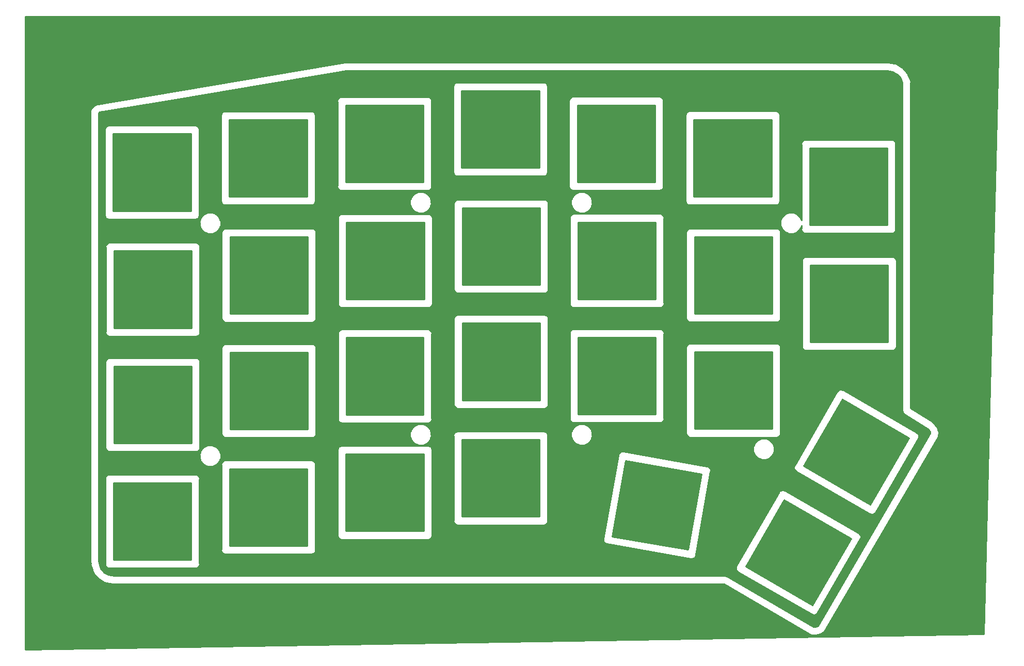
<source format=gbr>
G04 #@! TF.GenerationSoftware,KiCad,Pcbnew,(5.0.0)*
G04 #@! TF.CreationDate,2019-11-10T17:34:30-06:00*
G04 #@! TF.ProjectId,Top Plate,546F7020506C6174652E6B696361645F,rev?*
G04 #@! TF.SameCoordinates,Original*
G04 #@! TF.FileFunction,Copper,L1,Top,Signal*
G04 #@! TF.FilePolarity,Positive*
%FSLAX46Y46*%
G04 Gerber Fmt 4.6, Leading zero omitted, Abs format (unit mm)*
G04 Created by KiCad (PCBNEW (5.0.0)) date 11/10/19 17:34:30*
%MOMM*%
%LPD*%
G01*
G04 APERTURE LIST*
G04 #@! TA.AperFunction,NonConductor*
%ADD10C,0.254000*%
G04 #@! TD*
G04 APERTURE END LIST*
D10*
G36*
X220856086Y-139574983D02*
X63627000Y-142110936D01*
X63627000Y-127624536D01*
X74316727Y-127624536D01*
X74320001Y-127661933D01*
X74320001Y-127699462D01*
X74325869Y-127728964D01*
X74359849Y-128117103D01*
X74354343Y-128139618D01*
X74371666Y-128252082D01*
X74375594Y-128296945D01*
X74381918Y-128318639D01*
X74385358Y-128340968D01*
X74400764Y-128383279D01*
X74432614Y-128492529D01*
X74447123Y-128510605D01*
X74749330Y-129340610D01*
X74755138Y-129393802D01*
X74795514Y-129467455D01*
X74800719Y-129481749D01*
X74827894Y-129526520D01*
X74853070Y-129572445D01*
X74862845Y-129584102D01*
X74906427Y-129655904D01*
X74949581Y-129687538D01*
X75535241Y-130385963D01*
X75559039Y-130434211D01*
X75621973Y-130489395D01*
X75631563Y-130500831D01*
X75672623Y-130533807D01*
X75712217Y-130568525D01*
X75725142Y-130575986D01*
X75790404Y-130628399D01*
X75842047Y-130643470D01*
X76631114Y-131098962D01*
X76669869Y-131136058D01*
X76748013Y-131166442D01*
X76761069Y-131173979D01*
X76810814Y-131190861D01*
X76859746Y-131209887D01*
X76874584Y-131212503D01*
X76953988Y-131239450D01*
X77007525Y-131235937D01*
X77985336Y-131408304D01*
X78044138Y-131420000D01*
X78051689Y-131420000D01*
X78059120Y-131421310D01*
X78119025Y-131420000D01*
X178270672Y-131420000D01*
X192386349Y-139653980D01*
X192443179Y-139687247D01*
X192443670Y-139687417D01*
X192444126Y-139687683D01*
X192458800Y-139692737D01*
X192507153Y-139723200D01*
X192586042Y-139736700D01*
X192596681Y-139740383D01*
X192597425Y-139740485D01*
X192636745Y-139754029D01*
X192674007Y-139751754D01*
X192707959Y-139757564D01*
X192719210Y-139757262D01*
X192798499Y-139768184D01*
X192854120Y-139753637D01*
X193363184Y-139739961D01*
X193415973Y-139751331D01*
X193498113Y-139736336D01*
X193512834Y-139735941D01*
X193564398Y-139724236D01*
X193616386Y-139714746D01*
X193630071Y-139709329D01*
X193711505Y-139690844D01*
X193755585Y-139659646D01*
X194226214Y-139473356D01*
X194279260Y-139466065D01*
X194351728Y-139423674D01*
X194365839Y-139418088D01*
X194409877Y-139389658D01*
X194455109Y-139363199D01*
X194466459Y-139353130D01*
X194536997Y-139307593D01*
X194563985Y-139268552D01*
X194597029Y-139252488D01*
X194660236Y-139181232D01*
X194680042Y-139163662D01*
X194704909Y-139130870D01*
X194732219Y-139100082D01*
X194745587Y-139077227D01*
X194803140Y-139001332D01*
X194813808Y-138960595D01*
X213324200Y-107314439D01*
X213368405Y-107262975D01*
X213402083Y-107160308D01*
X213450916Y-107019078D01*
X213446647Y-106947768D01*
X213470775Y-106748714D01*
X213490812Y-106692795D01*
X213487014Y-106614748D01*
X213488140Y-106605456D01*
X213483738Y-106547434D01*
X213480909Y-106489311D01*
X213478639Y-106480230D01*
X213472727Y-106402314D01*
X213445910Y-106349314D01*
X213376068Y-106069947D01*
X213376670Y-106022436D01*
X213343312Y-105938926D01*
X213338185Y-105918416D01*
X213318339Y-105876405D01*
X213301099Y-105833245D01*
X213289575Y-105815515D01*
X213251166Y-105734210D01*
X213215975Y-105702286D01*
X213014921Y-105392972D01*
X212991071Y-105351283D01*
X212978227Y-105336520D01*
X212967567Y-105320120D01*
X212934050Y-105285743D01*
X212673908Y-104986733D01*
X212660059Y-104955689D01*
X212585121Y-104884680D01*
X212562510Y-104858691D01*
X212536272Y-104838392D01*
X212512179Y-104815563D01*
X212483017Y-104797193D01*
X212401375Y-104734033D01*
X212368579Y-104725106D01*
X208890000Y-102533874D01*
X208890000Y-49071555D01*
X208908410Y-48976557D01*
X208867681Y-48776944D01*
X208858503Y-48755091D01*
X208850255Y-48713627D01*
X208825574Y-48676689D01*
X208458614Y-47802977D01*
X208455106Y-47770923D01*
X208412626Y-47693480D01*
X208395434Y-47652547D01*
X208367414Y-47611056D01*
X208357128Y-47592305D01*
X208344938Y-47577776D01*
X208281416Y-47483716D01*
X208246852Y-47460867D01*
X207674840Y-46779082D01*
X207651096Y-46730933D01*
X207588069Y-46675660D01*
X207578407Y-46664143D01*
X207537449Y-46631266D01*
X207497928Y-46596607D01*
X207484898Y-46589084D01*
X207419533Y-46536616D01*
X207368001Y-46521592D01*
X206578983Y-46066045D01*
X206540184Y-46028912D01*
X206462086Y-45998553D01*
X206449081Y-45991044D01*
X206399293Y-45974143D01*
X206350301Y-45955098D01*
X206335516Y-45952493D01*
X206256167Y-45925557D01*
X206202574Y-45929069D01*
X205224252Y-45756694D01*
X205165462Y-45745000D01*
X205157882Y-45745000D01*
X205150424Y-45743686D01*
X205090551Y-45745000D01*
X116220779Y-45745000D01*
X116163217Y-45743347D01*
X116153449Y-45745000D01*
X116143538Y-45745000D01*
X116087027Y-45756241D01*
X75589893Y-52609640D01*
X75548545Y-52606348D01*
X75482021Y-52627896D01*
X75446186Y-52633960D01*
X75255808Y-52706488D01*
X75209308Y-52750392D01*
X75076029Y-52824872D01*
X75075514Y-52824928D01*
X74896912Y-52922936D01*
X74759763Y-53038042D01*
X74711600Y-53061807D01*
X74656364Y-53124822D01*
X74644863Y-53134474D01*
X74611966Y-53175472D01*
X74577310Y-53215008D01*
X74569804Y-53228016D01*
X74517363Y-53293370D01*
X74502341Y-53344929D01*
X74487944Y-53369878D01*
X74450934Y-53408524D01*
X74420478Y-53486795D01*
X74412875Y-53499971D01*
X74396049Y-53549578D01*
X74377058Y-53598384D01*
X74374414Y-53613361D01*
X74347435Y-53692901D01*
X74350947Y-53746296D01*
X74331713Y-53855253D01*
X74320000Y-53914139D01*
X74320000Y-53921606D01*
X74318703Y-53928953D01*
X74320000Y-53988937D01*
X74320001Y-127594625D01*
X74316727Y-127624536D01*
X63627000Y-127624536D01*
X63627000Y-38227000D01*
X223389786Y-38227000D01*
X220856086Y-139574983D01*
X220856086Y-139574983D01*
G37*
X220856086Y-139574983D02*
X63627000Y-142110936D01*
X63627000Y-127624536D01*
X74316727Y-127624536D01*
X74320001Y-127661933D01*
X74320001Y-127699462D01*
X74325869Y-127728964D01*
X74359849Y-128117103D01*
X74354343Y-128139618D01*
X74371666Y-128252082D01*
X74375594Y-128296945D01*
X74381918Y-128318639D01*
X74385358Y-128340968D01*
X74400764Y-128383279D01*
X74432614Y-128492529D01*
X74447123Y-128510605D01*
X74749330Y-129340610D01*
X74755138Y-129393802D01*
X74795514Y-129467455D01*
X74800719Y-129481749D01*
X74827894Y-129526520D01*
X74853070Y-129572445D01*
X74862845Y-129584102D01*
X74906427Y-129655904D01*
X74949581Y-129687538D01*
X75535241Y-130385963D01*
X75559039Y-130434211D01*
X75621973Y-130489395D01*
X75631563Y-130500831D01*
X75672623Y-130533807D01*
X75712217Y-130568525D01*
X75725142Y-130575986D01*
X75790404Y-130628399D01*
X75842047Y-130643470D01*
X76631114Y-131098962D01*
X76669869Y-131136058D01*
X76748013Y-131166442D01*
X76761069Y-131173979D01*
X76810814Y-131190861D01*
X76859746Y-131209887D01*
X76874584Y-131212503D01*
X76953988Y-131239450D01*
X77007525Y-131235937D01*
X77985336Y-131408304D01*
X78044138Y-131420000D01*
X78051689Y-131420000D01*
X78059120Y-131421310D01*
X78119025Y-131420000D01*
X178270672Y-131420000D01*
X192386349Y-139653980D01*
X192443179Y-139687247D01*
X192443670Y-139687417D01*
X192444126Y-139687683D01*
X192458800Y-139692737D01*
X192507153Y-139723200D01*
X192586042Y-139736700D01*
X192596681Y-139740383D01*
X192597425Y-139740485D01*
X192636745Y-139754029D01*
X192674007Y-139751754D01*
X192707959Y-139757564D01*
X192719210Y-139757262D01*
X192798499Y-139768184D01*
X192854120Y-139753637D01*
X193363184Y-139739961D01*
X193415973Y-139751331D01*
X193498113Y-139736336D01*
X193512834Y-139735941D01*
X193564398Y-139724236D01*
X193616386Y-139714746D01*
X193630071Y-139709329D01*
X193711505Y-139690844D01*
X193755585Y-139659646D01*
X194226214Y-139473356D01*
X194279260Y-139466065D01*
X194351728Y-139423674D01*
X194365839Y-139418088D01*
X194409877Y-139389658D01*
X194455109Y-139363199D01*
X194466459Y-139353130D01*
X194536997Y-139307593D01*
X194563985Y-139268552D01*
X194597029Y-139252488D01*
X194660236Y-139181232D01*
X194680042Y-139163662D01*
X194704909Y-139130870D01*
X194732219Y-139100082D01*
X194745587Y-139077227D01*
X194803140Y-139001332D01*
X194813808Y-138960595D01*
X213324200Y-107314439D01*
X213368405Y-107262975D01*
X213402083Y-107160308D01*
X213450916Y-107019078D01*
X213446647Y-106947768D01*
X213470775Y-106748714D01*
X213490812Y-106692795D01*
X213487014Y-106614748D01*
X213488140Y-106605456D01*
X213483738Y-106547434D01*
X213480909Y-106489311D01*
X213478639Y-106480230D01*
X213472727Y-106402314D01*
X213445910Y-106349314D01*
X213376068Y-106069947D01*
X213376670Y-106022436D01*
X213343312Y-105938926D01*
X213338185Y-105918416D01*
X213318339Y-105876405D01*
X213301099Y-105833245D01*
X213289575Y-105815515D01*
X213251166Y-105734210D01*
X213215975Y-105702286D01*
X213014921Y-105392972D01*
X212991071Y-105351283D01*
X212978227Y-105336520D01*
X212967567Y-105320120D01*
X212934050Y-105285743D01*
X212673908Y-104986733D01*
X212660059Y-104955689D01*
X212585121Y-104884680D01*
X212562510Y-104858691D01*
X212536272Y-104838392D01*
X212512179Y-104815563D01*
X212483017Y-104797193D01*
X212401375Y-104734033D01*
X212368579Y-104725106D01*
X208890000Y-102533874D01*
X208890000Y-49071555D01*
X208908410Y-48976557D01*
X208867681Y-48776944D01*
X208858503Y-48755091D01*
X208850255Y-48713627D01*
X208825574Y-48676689D01*
X208458614Y-47802977D01*
X208455106Y-47770923D01*
X208412626Y-47693480D01*
X208395434Y-47652547D01*
X208367414Y-47611056D01*
X208357128Y-47592305D01*
X208344938Y-47577776D01*
X208281416Y-47483716D01*
X208246852Y-47460867D01*
X207674840Y-46779082D01*
X207651096Y-46730933D01*
X207588069Y-46675660D01*
X207578407Y-46664143D01*
X207537449Y-46631266D01*
X207497928Y-46596607D01*
X207484898Y-46589084D01*
X207419533Y-46536616D01*
X207368001Y-46521592D01*
X206578983Y-46066045D01*
X206540184Y-46028912D01*
X206462086Y-45998553D01*
X206449081Y-45991044D01*
X206399293Y-45974143D01*
X206350301Y-45955098D01*
X206335516Y-45952493D01*
X206256167Y-45925557D01*
X206202574Y-45929069D01*
X205224252Y-45756694D01*
X205165462Y-45745000D01*
X205157882Y-45745000D01*
X205150424Y-45743686D01*
X205090551Y-45745000D01*
X116220779Y-45745000D01*
X116163217Y-45743347D01*
X116153449Y-45745000D01*
X116143538Y-45745000D01*
X116087027Y-45756241D01*
X75589893Y-52609640D01*
X75548545Y-52606348D01*
X75482021Y-52627896D01*
X75446186Y-52633960D01*
X75255808Y-52706488D01*
X75209308Y-52750392D01*
X75076029Y-52824872D01*
X75075514Y-52824928D01*
X74896912Y-52922936D01*
X74759763Y-53038042D01*
X74711600Y-53061807D01*
X74656364Y-53124822D01*
X74644863Y-53134474D01*
X74611966Y-53175472D01*
X74577310Y-53215008D01*
X74569804Y-53228016D01*
X74517363Y-53293370D01*
X74502341Y-53344929D01*
X74487944Y-53369878D01*
X74450934Y-53408524D01*
X74420478Y-53486795D01*
X74412875Y-53499971D01*
X74396049Y-53549578D01*
X74377058Y-53598384D01*
X74374414Y-53613361D01*
X74347435Y-53692901D01*
X74350947Y-53746296D01*
X74331713Y-53855253D01*
X74320000Y-53914139D01*
X74320000Y-53921606D01*
X74318703Y-53928953D01*
X74320000Y-53988937D01*
X74320001Y-127594625D01*
X74316727Y-127624536D01*
X63627000Y-127624536D01*
X63627000Y-38227000D01*
X223389786Y-38227000D01*
X220856086Y-139574983D01*
G36*
X205927138Y-47271641D02*
X206649878Y-47688923D01*
X207200351Y-48345037D01*
X207520001Y-49106108D01*
X207520000Y-95317461D01*
X207520001Y-95317466D01*
X207520000Y-102859355D01*
X207519030Y-102890432D01*
X207512339Y-102943510D01*
X207525098Y-102990101D01*
X207524188Y-103008796D01*
X207541942Y-103058344D01*
X207542411Y-103061157D01*
X207544210Y-103065914D01*
X207547118Y-103081910D01*
X207548812Y-103086198D01*
X207563745Y-103161272D01*
X207574602Y-103177520D01*
X207575746Y-103183273D01*
X207589728Y-103204199D01*
X207594554Y-103222703D01*
X207611666Y-103245315D01*
X207621965Y-103271388D01*
X207656251Y-103306824D01*
X207669940Y-103337510D01*
X207701459Y-103367376D01*
X207715143Y-103387856D01*
X207729129Y-103397201D01*
X207757395Y-103433622D01*
X207774612Y-103443437D01*
X207805210Y-103477165D01*
X207852653Y-103499578D01*
X207867125Y-103508693D01*
X207972727Y-103579254D01*
X207982099Y-103581118D01*
X211639479Y-105884983D01*
X211881772Y-106163478D01*
X212053236Y-106427270D01*
X212104740Y-106633286D01*
X212096708Y-106699554D01*
X193656711Y-138225361D01*
X193287516Y-138371501D01*
X192923522Y-138381279D01*
X178919492Y-130212426D01*
X178907254Y-130197998D01*
X178815468Y-130150836D01*
X178797839Y-130135029D01*
X178770051Y-130125254D01*
X178759873Y-130119317D01*
X178756078Y-130118010D01*
X178715273Y-130090745D01*
X178635474Y-130074872D01*
X178563796Y-130049188D01*
X178517644Y-130051434D01*
X178515462Y-130051000D01*
X178507489Y-130051000D01*
X178502462Y-130050000D01*
X178483674Y-130050000D01*
X178465089Y-130047345D01*
X178462932Y-130047463D01*
X178398491Y-130039339D01*
X178379398Y-130044568D01*
X178374276Y-130044147D01*
X178356051Y-130050000D01*
X78171509Y-130050000D01*
X77282958Y-129893368D01*
X76560285Y-129476203D01*
X76023692Y-128836294D01*
X75726623Y-128020401D01*
X75690000Y-127602078D01*
X75690000Y-114088980D01*
X76730891Y-114088980D01*
X76744310Y-114156442D01*
X76744311Y-128019653D01*
X76730891Y-128087120D01*
X76784055Y-128354393D01*
X76935453Y-128580977D01*
X77162037Y-128732375D01*
X77361848Y-128772120D01*
X77361849Y-128772120D01*
X77429310Y-128785539D01*
X77496772Y-128772120D01*
X91461398Y-128772120D01*
X91528860Y-128785539D01*
X91596321Y-128772120D01*
X91596322Y-128772120D01*
X91796133Y-128732375D01*
X91884322Y-128673449D01*
X180195358Y-128673449D01*
X180201824Y-128772120D01*
X180213172Y-128945357D01*
X180213176Y-128945366D01*
X180213177Y-128945375D01*
X180275633Y-129072028D01*
X180333691Y-129189768D01*
X180333697Y-129189774D01*
X180333702Y-129189783D01*
X180452504Y-129293972D01*
X180486855Y-129324100D01*
X180486860Y-129324103D01*
X180538583Y-129369464D01*
X180603710Y-129391573D01*
X192610880Y-136324545D01*
X192662612Y-136369910D01*
X192781400Y-136410228D01*
X192920610Y-136457490D01*
X192920639Y-136457488D01*
X192920662Y-136457496D01*
X193047718Y-136449164D01*
X193192537Y-136439678D01*
X193192562Y-136439666D01*
X193192587Y-136439664D01*
X193311253Y-136381139D01*
X193436948Y-136319159D01*
X193436965Y-136319139D01*
X193436990Y-136319127D01*
X193530532Y-136212456D01*
X193616634Y-136114283D01*
X193638754Y-136049128D01*
X200571314Y-124040618D01*
X200616663Y-123988903D01*
X200638768Y-123923775D01*
X200704246Y-123730859D01*
X200704246Y-123730856D01*
X200704247Y-123730852D01*
X200691729Y-123539978D01*
X200686415Y-123458933D01*
X200686413Y-123458929D01*
X200686413Y-123458926D01*
X200627793Y-123340070D01*
X200565878Y-123214530D01*
X200565875Y-123214528D01*
X200565874Y-123214525D01*
X200412699Y-123080206D01*
X200360988Y-123034860D01*
X200295854Y-123012752D01*
X188288717Y-116081117D01*
X188237017Y-116035776D01*
X188171864Y-116013659D01*
X188171849Y-116013650D01*
X188112734Y-115993586D01*
X187978971Y-115948178D01*
X187978951Y-115948179D01*
X187978932Y-115948173D01*
X187843148Y-115957078D01*
X187707044Y-115965997D01*
X187707026Y-115966006D01*
X187707007Y-115966007D01*
X187591530Y-116022960D01*
X187462636Y-116086522D01*
X187462622Y-116086538D01*
X187462606Y-116086546D01*
X187382015Y-116178451D01*
X187328308Y-116239690D01*
X187328297Y-116239710D01*
X187282937Y-116291437D01*
X187260838Y-116356548D01*
X180328313Y-128363682D01*
X180282966Y-128415387D01*
X180260851Y-128480528D01*
X180260846Y-128480536D01*
X180240155Y-128541488D01*
X180195360Y-128673431D01*
X180195361Y-128673441D01*
X180195358Y-128673449D01*
X91884322Y-128673449D01*
X92022717Y-128580977D01*
X92174115Y-128354393D01*
X92227279Y-128087120D01*
X92213860Y-128019658D01*
X92213860Y-114156442D01*
X92227279Y-114088980D01*
X92174115Y-113821707D01*
X92022717Y-113595123D01*
X91796133Y-113443725D01*
X91596322Y-113403980D01*
X91528860Y-113390561D01*
X91461399Y-113403980D01*
X77496771Y-113403980D01*
X77429310Y-113390561D01*
X77361848Y-113403980D01*
X77162037Y-113443725D01*
X76935453Y-113595123D01*
X76784055Y-113821707D01*
X76730891Y-114088980D01*
X75690000Y-114088980D01*
X75690000Y-110061593D01*
X92214677Y-110061593D01*
X92225000Y-110378284D01*
X92225000Y-110695113D01*
X92236210Y-110722176D01*
X92237164Y-110751453D01*
X92457901Y-111284359D01*
X92471293Y-111289716D01*
X92489138Y-111332799D01*
X92977201Y-111820862D01*
X93020284Y-111838707D01*
X93025641Y-111852099D01*
X93322171Y-111963753D01*
X93614887Y-112085000D01*
X93644177Y-112085000D01*
X93671593Y-112095323D01*
X93988284Y-112085000D01*
X94305113Y-112085000D01*
X94332176Y-112073790D01*
X94361453Y-112072836D01*
X94894359Y-111852099D01*
X94899716Y-111838707D01*
X94942799Y-111820862D01*
X94983541Y-111780120D01*
X95770781Y-111780120D01*
X95784200Y-111847582D01*
X95784201Y-125710793D01*
X95770781Y-125778260D01*
X95823945Y-126045533D01*
X95975343Y-126272117D01*
X96201927Y-126423515D01*
X96401738Y-126463260D01*
X96401739Y-126463260D01*
X96469200Y-126476679D01*
X96536662Y-126463260D01*
X110501038Y-126463260D01*
X110568500Y-126476679D01*
X110635961Y-126463260D01*
X110635962Y-126463260D01*
X110835773Y-126423515D01*
X111062357Y-126272117D01*
X111213755Y-126045533D01*
X111231982Y-125953899D01*
X111253500Y-125845722D01*
X111253500Y-125845721D01*
X111266919Y-125778260D01*
X111253500Y-125710798D01*
X111253500Y-111847582D01*
X111266919Y-111780120D01*
X111213755Y-111512847D01*
X111062357Y-111286263D01*
X110835773Y-111134865D01*
X110635962Y-111095120D01*
X110568500Y-111081701D01*
X110501039Y-111095120D01*
X96536661Y-111095120D01*
X96469200Y-111081701D01*
X96401738Y-111095120D01*
X96201927Y-111134865D01*
X95975343Y-111286263D01*
X95823945Y-111512847D01*
X95770781Y-111780120D01*
X94983541Y-111780120D01*
X95430862Y-111332799D01*
X95448707Y-111289716D01*
X95462099Y-111284359D01*
X95573753Y-110987829D01*
X95695000Y-110695113D01*
X95695000Y-110665823D01*
X95705323Y-110638407D01*
X95695000Y-110321716D01*
X95695000Y-110004887D01*
X95683790Y-109977824D01*
X95682836Y-109948547D01*
X95462099Y-109415641D01*
X95448707Y-109410284D01*
X95439246Y-109387440D01*
X114869041Y-109387440D01*
X114882460Y-109454902D01*
X114882461Y-123318113D01*
X114869041Y-123385580D01*
X114922205Y-123652853D01*
X115073603Y-123879437D01*
X115300187Y-124030835D01*
X115499998Y-124070580D01*
X115499999Y-124070580D01*
X115567460Y-124083999D01*
X115634922Y-124070580D01*
X129599298Y-124070580D01*
X129666760Y-124083999D01*
X129734221Y-124070580D01*
X129734222Y-124070580D01*
X129934033Y-124030835D01*
X129993934Y-123990810D01*
X158460572Y-123990810D01*
X158462073Y-124059579D01*
X158462072Y-124059582D01*
X158462605Y-124083999D01*
X158466517Y-124263254D01*
X158466518Y-124263256D01*
X158466518Y-124263258D01*
X158481573Y-124297472D01*
X158576268Y-124512685D01*
X158576270Y-124512687D01*
X158576271Y-124512689D01*
X158651365Y-124584575D01*
X158773120Y-124701130D01*
X158773123Y-124701131D01*
X158773124Y-124701132D01*
X158854783Y-124732887D01*
X158962993Y-124774968D01*
X158962996Y-124774968D01*
X159027105Y-124799899D01*
X159095870Y-124798398D01*
X172748859Y-127205812D01*
X172812937Y-127230737D01*
X172881739Y-127229242D01*
X172881767Y-127229247D01*
X172944510Y-127227878D01*
X173085381Y-127224817D01*
X173085411Y-127224804D01*
X173085444Y-127224803D01*
X173208313Y-127170740D01*
X173334823Y-127115089D01*
X173334846Y-127115065D01*
X173334875Y-127115052D01*
X173426106Y-127019751D01*
X173523285Y-126918255D01*
X173523297Y-126918224D01*
X173523320Y-126918200D01*
X173572738Y-126791124D01*
X173597141Y-126728388D01*
X173597147Y-126728356D01*
X173622088Y-126664220D01*
X173620588Y-126595486D01*
X176029547Y-112941090D01*
X176054489Y-112876950D01*
X176051493Y-112739729D01*
X176048557Y-112604580D01*
X176048542Y-112604546D01*
X176048541Y-112604506D01*
X175992260Y-112476601D01*
X175938829Y-112355138D01*
X175938802Y-112355112D01*
X175938786Y-112355076D01*
X175836662Y-112257316D01*
X175752767Y-112176988D01*
X189720353Y-112176988D01*
X189738187Y-112448913D01*
X189798022Y-112570233D01*
X189858725Y-112693313D01*
X190063616Y-112872982D01*
X190128750Y-112895089D01*
X202135903Y-119826735D01*
X202187614Y-119872081D01*
X202252746Y-119894188D01*
X202252750Y-119894190D01*
X202341902Y-119924449D01*
X202445664Y-119959667D01*
X202445667Y-119959667D01*
X202502921Y-119955912D01*
X202717589Y-119941834D01*
X202717591Y-119941833D01*
X202717593Y-119941833D01*
X202876815Y-119863305D01*
X202961991Y-119821296D01*
X202961992Y-119821295D01*
X202961994Y-119821294D01*
X203141663Y-119616403D01*
X203163769Y-119551271D01*
X210096312Y-107542722D01*
X210141661Y-107491007D01*
X210229247Y-107232956D01*
X210211414Y-106961030D01*
X210090877Y-106716628D01*
X209937703Y-106582308D01*
X209937696Y-106582304D01*
X209885986Y-106536959D01*
X209820860Y-106514855D01*
X197813700Y-99583108D01*
X197761984Y-99537758D01*
X197681183Y-99510333D01*
X197503936Y-99450173D01*
X197503933Y-99450173D01*
X197450434Y-99453682D01*
X197232011Y-99468006D01*
X197232009Y-99468007D01*
X197232008Y-99468007D01*
X197114799Y-99525814D01*
X196987609Y-99588543D01*
X196987608Y-99588544D01*
X196987606Y-99588545D01*
X196884411Y-99706226D01*
X196807939Y-99793433D01*
X196785832Y-99858567D01*
X189853286Y-111867222D01*
X189807937Y-111918937D01*
X189785831Y-111984068D01*
X189785830Y-111984070D01*
X189723867Y-112166634D01*
X189720353Y-112176988D01*
X175752767Y-112176988D01*
X175741995Y-112166675D01*
X175741961Y-112166662D01*
X175741932Y-112166634D01*
X175607542Y-112114375D01*
X175488023Y-112067884D01*
X175419224Y-112069379D01*
X161764762Y-109661901D01*
X161700655Y-109636971D01*
X161428211Y-109642917D01*
X161178780Y-109752671D01*
X160990337Y-109949523D01*
X160916500Y-110139397D01*
X160916498Y-110139407D01*
X160891571Y-110203510D01*
X160893072Y-110272267D01*
X158485501Y-123926706D01*
X158460572Y-123990810D01*
X129993934Y-123990810D01*
X130160617Y-123879437D01*
X130312015Y-123652853D01*
X130365179Y-123385580D01*
X130351760Y-123318118D01*
X130351760Y-109454902D01*
X130365179Y-109387440D01*
X130312015Y-109120167D01*
X130160617Y-108893583D01*
X129934033Y-108742185D01*
X129734222Y-108702440D01*
X129666760Y-108689021D01*
X129599299Y-108702440D01*
X115634921Y-108702440D01*
X115567460Y-108689021D01*
X115499998Y-108702440D01*
X115300187Y-108742185D01*
X115073603Y-108893583D01*
X114922205Y-109120167D01*
X114869041Y-109387440D01*
X95439246Y-109387440D01*
X95430862Y-109367201D01*
X94942799Y-108879138D01*
X94899716Y-108861293D01*
X94894359Y-108847901D01*
X94597829Y-108736247D01*
X94305113Y-108615000D01*
X94275823Y-108615000D01*
X94248407Y-108604677D01*
X93931716Y-108615000D01*
X93614887Y-108615000D01*
X93587824Y-108626210D01*
X93558547Y-108627164D01*
X93025641Y-108847901D01*
X93020284Y-108861293D01*
X92977201Y-108879138D01*
X92489138Y-109367201D01*
X92471293Y-109410284D01*
X92457901Y-109415641D01*
X92346247Y-109712171D01*
X92225000Y-110004887D01*
X92225000Y-110034177D01*
X92214677Y-110061593D01*
X75690000Y-110061593D01*
X75690000Y-94962780D01*
X76796931Y-94962780D01*
X76810350Y-95030242D01*
X76810351Y-108893453D01*
X76796931Y-108960920D01*
X76850095Y-109228193D01*
X77001493Y-109454777D01*
X77228077Y-109606175D01*
X77427888Y-109645920D01*
X77427889Y-109645920D01*
X77495350Y-109659339D01*
X77562812Y-109645920D01*
X91527438Y-109645920D01*
X91594900Y-109659339D01*
X91662361Y-109645920D01*
X91662362Y-109645920D01*
X91862173Y-109606175D01*
X92088757Y-109454777D01*
X92240155Y-109228193D01*
X92293319Y-108960920D01*
X92279900Y-108893458D01*
X92279900Y-95030242D01*
X92293319Y-94962780D01*
X92240155Y-94695507D01*
X92088757Y-94468923D01*
X91862173Y-94317525D01*
X91662362Y-94277780D01*
X91594900Y-94264361D01*
X91527439Y-94277780D01*
X77562811Y-94277780D01*
X77495350Y-94264361D01*
X77427888Y-94277780D01*
X77228077Y-94317525D01*
X77001493Y-94468923D01*
X76850095Y-94695507D01*
X76796931Y-94962780D01*
X75690000Y-94962780D01*
X75690000Y-92653920D01*
X95836821Y-92653920D01*
X95850240Y-92721382D01*
X95850241Y-106584593D01*
X95836821Y-106652060D01*
X95889985Y-106919333D01*
X96041383Y-107145917D01*
X96267967Y-107297315D01*
X96467778Y-107337060D01*
X96467779Y-107337060D01*
X96535240Y-107350479D01*
X96602702Y-107337060D01*
X110567078Y-107337060D01*
X110634540Y-107350479D01*
X110702001Y-107337060D01*
X110702002Y-107337060D01*
X110901813Y-107297315D01*
X111128397Y-107145917D01*
X111279795Y-106919333D01*
X111332959Y-106652060D01*
X111319540Y-106584598D01*
X111319540Y-106561593D01*
X126754677Y-106561593D01*
X126765000Y-106878284D01*
X126765000Y-107195113D01*
X126776210Y-107222176D01*
X126777164Y-107251453D01*
X126997901Y-107784359D01*
X127011293Y-107789716D01*
X127029138Y-107832799D01*
X127517201Y-108320862D01*
X127560284Y-108338707D01*
X127565641Y-108352099D01*
X127862171Y-108463753D01*
X128154887Y-108585000D01*
X128184177Y-108585000D01*
X128211593Y-108595323D01*
X128528284Y-108585000D01*
X128845113Y-108585000D01*
X128872176Y-108573790D01*
X128901453Y-108572836D01*
X129434359Y-108352099D01*
X129439716Y-108338707D01*
X129482799Y-108320862D01*
X129970862Y-107832799D01*
X129988707Y-107789716D01*
X130002099Y-107784359D01*
X130113753Y-107487829D01*
X130235000Y-107195113D01*
X130235000Y-107165823D01*
X130245323Y-107138407D01*
X130241138Y-107010000D01*
X133873321Y-107010000D01*
X133886740Y-107077462D01*
X133886741Y-120940673D01*
X133873321Y-121008140D01*
X133926485Y-121275413D01*
X134077883Y-121501997D01*
X134304467Y-121653395D01*
X134504278Y-121693140D01*
X134504279Y-121693140D01*
X134571740Y-121706559D01*
X134639202Y-121693140D01*
X148603578Y-121693140D01*
X148671040Y-121706559D01*
X148738501Y-121693140D01*
X148738502Y-121693140D01*
X148938313Y-121653395D01*
X149164897Y-121501997D01*
X149316295Y-121275413D01*
X149369459Y-121008140D01*
X149356040Y-120940678D01*
X149356040Y-108931593D01*
X183034677Y-108931593D01*
X183045000Y-109248284D01*
X183045000Y-109565113D01*
X183056210Y-109592176D01*
X183057164Y-109621453D01*
X183277901Y-110154359D01*
X183291293Y-110159716D01*
X183309138Y-110202799D01*
X183797201Y-110690862D01*
X183840284Y-110708707D01*
X183845641Y-110722099D01*
X184142171Y-110833753D01*
X184434887Y-110955000D01*
X184464177Y-110955000D01*
X184491593Y-110965323D01*
X184808284Y-110955000D01*
X185125113Y-110955000D01*
X185152176Y-110943790D01*
X185181453Y-110942836D01*
X185714359Y-110722099D01*
X185719716Y-110708707D01*
X185762799Y-110690862D01*
X186250862Y-110202799D01*
X186268707Y-110159716D01*
X186282099Y-110154359D01*
X186393753Y-109857829D01*
X186515000Y-109565113D01*
X186515000Y-109535823D01*
X186525323Y-109508407D01*
X186515000Y-109191716D01*
X186515000Y-108874887D01*
X186503790Y-108847824D01*
X186502836Y-108818547D01*
X186282099Y-108285641D01*
X186268707Y-108280284D01*
X186250862Y-108237201D01*
X185762799Y-107749138D01*
X185719716Y-107731293D01*
X185714359Y-107717901D01*
X185417829Y-107606247D01*
X185125113Y-107485000D01*
X185095823Y-107485000D01*
X185068407Y-107474677D01*
X184751716Y-107485000D01*
X184434887Y-107485000D01*
X184407824Y-107496210D01*
X184378547Y-107497164D01*
X183845641Y-107717901D01*
X183840284Y-107731293D01*
X183797201Y-107749138D01*
X183309138Y-108237201D01*
X183291293Y-108280284D01*
X183277901Y-108285641D01*
X183166247Y-108582171D01*
X183045000Y-108874887D01*
X183045000Y-108904177D01*
X183034677Y-108931593D01*
X149356040Y-108931593D01*
X149356040Y-107077462D01*
X149369459Y-107010000D01*
X149316295Y-106742727D01*
X149195266Y-106561593D01*
X153164677Y-106561593D01*
X153175000Y-106878284D01*
X153175000Y-107195113D01*
X153186210Y-107222176D01*
X153187164Y-107251453D01*
X153407901Y-107784359D01*
X153421293Y-107789716D01*
X153439138Y-107832799D01*
X153927201Y-108320862D01*
X153970284Y-108338707D01*
X153975641Y-108352099D01*
X154272171Y-108463753D01*
X154564887Y-108585000D01*
X154594177Y-108585000D01*
X154621593Y-108595323D01*
X154938284Y-108585000D01*
X155255113Y-108585000D01*
X155282176Y-108573790D01*
X155311453Y-108572836D01*
X155844359Y-108352099D01*
X155849716Y-108338707D01*
X155892799Y-108320862D01*
X156380862Y-107832799D01*
X156398707Y-107789716D01*
X156412099Y-107784359D01*
X156523753Y-107487829D01*
X156645000Y-107195113D01*
X156645000Y-107165823D01*
X156655323Y-107138407D01*
X156645000Y-106821716D01*
X156645000Y-106504887D01*
X156633790Y-106477824D01*
X156632836Y-106448547D01*
X156412099Y-105915641D01*
X156398707Y-105910284D01*
X156380862Y-105867201D01*
X155892799Y-105379138D01*
X155849716Y-105361293D01*
X155844359Y-105347901D01*
X155547829Y-105236247D01*
X155255113Y-105115000D01*
X155225823Y-105115000D01*
X155198407Y-105104677D01*
X154881716Y-105115000D01*
X154564887Y-105115000D01*
X154537824Y-105126210D01*
X154508547Y-105127164D01*
X153975641Y-105347901D01*
X153970284Y-105361293D01*
X153927201Y-105379138D01*
X153439138Y-105867201D01*
X153421293Y-105910284D01*
X153407901Y-105915641D01*
X153296247Y-106212171D01*
X153175000Y-106504887D01*
X153175000Y-106534177D01*
X153164677Y-106561593D01*
X149195266Y-106561593D01*
X149164897Y-106516143D01*
X148938313Y-106364745D01*
X148738502Y-106325000D01*
X148671040Y-106311581D01*
X148603579Y-106325000D01*
X134639201Y-106325000D01*
X134571740Y-106311581D01*
X134504278Y-106325000D01*
X134304467Y-106364745D01*
X134077883Y-106516143D01*
X133926485Y-106742727D01*
X133873321Y-107010000D01*
X130241138Y-107010000D01*
X130235000Y-106821716D01*
X130235000Y-106504887D01*
X130223790Y-106477824D01*
X130222836Y-106448547D01*
X130002099Y-105915641D01*
X129988707Y-105910284D01*
X129970862Y-105867201D01*
X129482799Y-105379138D01*
X129439716Y-105361293D01*
X129434359Y-105347901D01*
X129137829Y-105236247D01*
X128845113Y-105115000D01*
X128815823Y-105115000D01*
X128788407Y-105104677D01*
X128471716Y-105115000D01*
X128154887Y-105115000D01*
X128127824Y-105126210D01*
X128098547Y-105127164D01*
X127565641Y-105347901D01*
X127560284Y-105361293D01*
X127517201Y-105379138D01*
X127029138Y-105867201D01*
X127011293Y-105910284D01*
X126997901Y-105915641D01*
X126886247Y-106212171D01*
X126765000Y-106504887D01*
X126765000Y-106534177D01*
X126754677Y-106561593D01*
X111319540Y-106561593D01*
X111319540Y-92721382D01*
X111332959Y-92653920D01*
X111279795Y-92386647D01*
X111128397Y-92160063D01*
X110901813Y-92008665D01*
X110702002Y-91968920D01*
X110634540Y-91955501D01*
X110567079Y-91968920D01*
X96602701Y-91968920D01*
X96535240Y-91955501D01*
X96467778Y-91968920D01*
X96267967Y-92008665D01*
X96041383Y-92160063D01*
X95889985Y-92386647D01*
X95836821Y-92653920D01*
X75690000Y-92653920D01*
X75690000Y-76039780D01*
X76804551Y-76039780D01*
X76817970Y-76107242D01*
X76817971Y-89970453D01*
X76804551Y-90037920D01*
X76857715Y-90305193D01*
X77009113Y-90531777D01*
X77235697Y-90683175D01*
X77435508Y-90722920D01*
X77435509Y-90722920D01*
X77502970Y-90736339D01*
X77570432Y-90722920D01*
X91535058Y-90722920D01*
X91602520Y-90736339D01*
X91669981Y-90722920D01*
X91669982Y-90722920D01*
X91869793Y-90683175D01*
X92096377Y-90531777D01*
X92247775Y-90305193D01*
X92256517Y-90261240D01*
X114935081Y-90261240D01*
X114948500Y-90328702D01*
X114948501Y-104191913D01*
X114935081Y-104259380D01*
X114988245Y-104526653D01*
X115139643Y-104753237D01*
X115366227Y-104904635D01*
X115566038Y-104944380D01*
X115566039Y-104944380D01*
X115633500Y-104957799D01*
X115700962Y-104944380D01*
X129565338Y-104944380D01*
X129632800Y-104957799D01*
X129700261Y-104944380D01*
X129700262Y-104944380D01*
X129900073Y-104904635D01*
X130126657Y-104753237D01*
X130278055Y-104526653D01*
X130331219Y-104259380D01*
X130317800Y-104191918D01*
X130317800Y-90328702D01*
X130331219Y-90261240D01*
X130278055Y-89993967D01*
X130126657Y-89767383D01*
X129900073Y-89615985D01*
X129700262Y-89576240D01*
X129632800Y-89562821D01*
X129565339Y-89576240D01*
X115700961Y-89576240D01*
X115633500Y-89562821D01*
X115566038Y-89576240D01*
X115366227Y-89615985D01*
X115139643Y-89767383D01*
X114988245Y-89993967D01*
X114935081Y-90261240D01*
X92256517Y-90261240D01*
X92300939Y-90037920D01*
X92287520Y-89970458D01*
X92287520Y-76107242D01*
X92300939Y-76039780D01*
X92247775Y-75772507D01*
X92096377Y-75545923D01*
X91869793Y-75394525D01*
X91669982Y-75354780D01*
X91602520Y-75341361D01*
X91535059Y-75354780D01*
X77570431Y-75354780D01*
X77502970Y-75341361D01*
X77435508Y-75354780D01*
X77235697Y-75394525D01*
X77009113Y-75545923D01*
X76857715Y-75772507D01*
X76804551Y-76039780D01*
X75690000Y-76039780D01*
X75690000Y-71861593D01*
X92214677Y-71861593D01*
X92225000Y-72178284D01*
X92225000Y-72495113D01*
X92236210Y-72522176D01*
X92237164Y-72551453D01*
X92457901Y-73084359D01*
X92471293Y-73089716D01*
X92489138Y-73132799D01*
X92977201Y-73620862D01*
X93020284Y-73638707D01*
X93025641Y-73652099D01*
X93322171Y-73763753D01*
X93614887Y-73885000D01*
X93644177Y-73885000D01*
X93671593Y-73895323D01*
X93988284Y-73885000D01*
X94305113Y-73885000D01*
X94332176Y-73873790D01*
X94361453Y-73872836D01*
X94704068Y-73730920D01*
X95844441Y-73730920D01*
X95857860Y-73798382D01*
X95857861Y-87661593D01*
X95844441Y-87729060D01*
X95897605Y-87996333D01*
X96049003Y-88222917D01*
X96275587Y-88374315D01*
X96475398Y-88414060D01*
X96475399Y-88414060D01*
X96542860Y-88427479D01*
X96610322Y-88414060D01*
X110574698Y-88414060D01*
X110642160Y-88427479D01*
X110709621Y-88414060D01*
X110709622Y-88414060D01*
X110909433Y-88374315D01*
X111136017Y-88222917D01*
X111287415Y-87996333D01*
X111309799Y-87883800D01*
X133939361Y-87883800D01*
X133952780Y-87951262D01*
X133952781Y-101814473D01*
X133939361Y-101881940D01*
X133992525Y-102149213D01*
X134143923Y-102375797D01*
X134370507Y-102527195D01*
X134570318Y-102566940D01*
X134570319Y-102566940D01*
X134637780Y-102580359D01*
X134705242Y-102566940D01*
X148669618Y-102566940D01*
X148737080Y-102580359D01*
X148804541Y-102566940D01*
X148804542Y-102566940D01*
X149004353Y-102527195D01*
X149230937Y-102375797D01*
X149382335Y-102149213D01*
X149435499Y-101881940D01*
X149422080Y-101814478D01*
X149422080Y-90238380D01*
X152930941Y-90238380D01*
X152944360Y-90305842D01*
X152944361Y-104169053D01*
X152930941Y-104236520D01*
X152984105Y-104503793D01*
X153135503Y-104730377D01*
X153362087Y-104881775D01*
X153561898Y-104921520D01*
X153561899Y-104921520D01*
X153629360Y-104934939D01*
X153696822Y-104921520D01*
X167661198Y-104921520D01*
X167728660Y-104934939D01*
X167796121Y-104921520D01*
X167796122Y-104921520D01*
X167995933Y-104881775D01*
X168222517Y-104730377D01*
X168373915Y-104503793D01*
X168427079Y-104236520D01*
X168413660Y-104169058D01*
X168413660Y-92610740D01*
X172036821Y-92610740D01*
X172050240Y-92678202D01*
X172050241Y-106541413D01*
X172036821Y-106608880D01*
X172089985Y-106876153D01*
X172241383Y-107102737D01*
X172467967Y-107254135D01*
X172667778Y-107293880D01*
X172667779Y-107293880D01*
X172735240Y-107307299D01*
X172802702Y-107293880D01*
X186767078Y-107293880D01*
X186834540Y-107307299D01*
X186902001Y-107293880D01*
X186902002Y-107293880D01*
X187101813Y-107254135D01*
X187328397Y-107102737D01*
X187479795Y-106876153D01*
X187532959Y-106608880D01*
X187519540Y-106541418D01*
X187519540Y-92678202D01*
X187532959Y-92610740D01*
X187479795Y-92343467D01*
X187328397Y-92116883D01*
X187101813Y-91965485D01*
X186902002Y-91925740D01*
X186834540Y-91912321D01*
X186767079Y-91925740D01*
X172802701Y-91925740D01*
X172735240Y-91912321D01*
X172667778Y-91925740D01*
X172467967Y-91965485D01*
X172241383Y-92116883D01*
X172089985Y-92343467D01*
X172036821Y-92610740D01*
X168413660Y-92610740D01*
X168413660Y-90305842D01*
X168427079Y-90238380D01*
X168373915Y-89971107D01*
X168222517Y-89744523D01*
X167995933Y-89593125D01*
X167796122Y-89553380D01*
X167728660Y-89539961D01*
X167661199Y-89553380D01*
X153696821Y-89553380D01*
X153629360Y-89539961D01*
X153561898Y-89553380D01*
X153362087Y-89593125D01*
X153135503Y-89744523D01*
X152984105Y-89971107D01*
X152930941Y-90238380D01*
X149422080Y-90238380D01*
X149422080Y-87951262D01*
X149435499Y-87883800D01*
X149382335Y-87616527D01*
X149230937Y-87389943D01*
X149004353Y-87238545D01*
X148804542Y-87198800D01*
X148737080Y-87185381D01*
X148669619Y-87198800D01*
X134705241Y-87198800D01*
X134637780Y-87185381D01*
X134570318Y-87198800D01*
X134370507Y-87238545D01*
X134143923Y-87389943D01*
X133992525Y-87616527D01*
X133939361Y-87883800D01*
X111309799Y-87883800D01*
X111340579Y-87729060D01*
X111327160Y-87661598D01*
X111327160Y-73798382D01*
X111340579Y-73730920D01*
X111287415Y-73463647D01*
X111136017Y-73237063D01*
X110909433Y-73085665D01*
X110709622Y-73045920D01*
X110642160Y-73032501D01*
X110574699Y-73045920D01*
X96610321Y-73045920D01*
X96542860Y-73032501D01*
X96475398Y-73045920D01*
X96275587Y-73085665D01*
X96049003Y-73237063D01*
X95897605Y-73463647D01*
X95844441Y-73730920D01*
X94704068Y-73730920D01*
X94894359Y-73652099D01*
X94899716Y-73638707D01*
X94942799Y-73620862D01*
X95430862Y-73132799D01*
X95448707Y-73089716D01*
X95462099Y-73084359D01*
X95573753Y-72787829D01*
X95695000Y-72495113D01*
X95695000Y-72465823D01*
X95705323Y-72438407D01*
X95695000Y-72121716D01*
X95695000Y-71804887D01*
X95683790Y-71777824D01*
X95682836Y-71748547D01*
X95512882Y-71338240D01*
X114942701Y-71338240D01*
X114956120Y-71405702D01*
X114956121Y-85268913D01*
X114942701Y-85336380D01*
X114995865Y-85603653D01*
X115147263Y-85830237D01*
X115373847Y-85981635D01*
X115573658Y-86021380D01*
X115573659Y-86021380D01*
X115641120Y-86034799D01*
X115708582Y-86021380D01*
X129672958Y-86021380D01*
X129740420Y-86034799D01*
X129807881Y-86021380D01*
X129807882Y-86021380D01*
X130007693Y-85981635D01*
X130234277Y-85830237D01*
X130385675Y-85603653D01*
X130438839Y-85336380D01*
X130425420Y-85268918D01*
X130425420Y-71405702D01*
X130438839Y-71338240D01*
X130414453Y-71215641D01*
X130385675Y-71070967D01*
X130234277Y-70844383D01*
X130007693Y-70692985D01*
X129740420Y-70639821D01*
X129672959Y-70653240D01*
X115708581Y-70653240D01*
X115641120Y-70639821D01*
X115573658Y-70653240D01*
X115373847Y-70692985D01*
X115147263Y-70844383D01*
X114995865Y-71070967D01*
X114942701Y-71338240D01*
X95512882Y-71338240D01*
X95462099Y-71215641D01*
X95448707Y-71210284D01*
X95430862Y-71167201D01*
X94942799Y-70679138D01*
X94899716Y-70661293D01*
X94894359Y-70647901D01*
X94597829Y-70536247D01*
X94305113Y-70415000D01*
X94275823Y-70415000D01*
X94248407Y-70404677D01*
X93931716Y-70415000D01*
X93614887Y-70415000D01*
X93587824Y-70426210D01*
X93558547Y-70427164D01*
X93025641Y-70647901D01*
X93020284Y-70661293D01*
X92977201Y-70679138D01*
X92489138Y-71167201D01*
X92471293Y-71210284D01*
X92457901Y-71215641D01*
X92346247Y-71512171D01*
X92225000Y-71804887D01*
X92225000Y-71834177D01*
X92214677Y-71861593D01*
X75690000Y-71861593D01*
X75690000Y-56817060D01*
X76687711Y-56817060D01*
X76701130Y-56884522D01*
X76701131Y-70747733D01*
X76687711Y-70815200D01*
X76740875Y-71082473D01*
X76892273Y-71309057D01*
X77118857Y-71460455D01*
X77318668Y-71500200D01*
X77318669Y-71500200D01*
X77386130Y-71513619D01*
X77453592Y-71500200D01*
X91418218Y-71500200D01*
X91485680Y-71513619D01*
X91553141Y-71500200D01*
X91553142Y-71500200D01*
X91752953Y-71460455D01*
X91979537Y-71309057D01*
X92130935Y-71082473D01*
X92184099Y-70815200D01*
X92170680Y-70747738D01*
X92170680Y-56884522D01*
X92184099Y-56817060D01*
X92130935Y-56549787D01*
X91979537Y-56323203D01*
X91752953Y-56171805D01*
X91553142Y-56132060D01*
X91485680Y-56118641D01*
X91418219Y-56132060D01*
X77453591Y-56132060D01*
X77386130Y-56118641D01*
X77318668Y-56132060D01*
X77118857Y-56171805D01*
X76892273Y-56323203D01*
X76740875Y-56549787D01*
X76687711Y-56817060D01*
X75690000Y-56817060D01*
X75690000Y-54508200D01*
X95727601Y-54508200D01*
X95741020Y-54575662D01*
X95741021Y-68438873D01*
X95727601Y-68506340D01*
X95780765Y-68773613D01*
X95932163Y-69000197D01*
X96158747Y-69151595D01*
X96358558Y-69191340D01*
X96358559Y-69191340D01*
X96426020Y-69204759D01*
X96493482Y-69191340D01*
X110457858Y-69191340D01*
X110525320Y-69204759D01*
X110592781Y-69191340D01*
X110592782Y-69191340D01*
X110792593Y-69151595D01*
X111019177Y-69000197D01*
X111170575Y-68773613D01*
X111223739Y-68506340D01*
X111214839Y-68461593D01*
X126754677Y-68461593D01*
X126765000Y-68778284D01*
X126765000Y-69095113D01*
X126776210Y-69122176D01*
X126777164Y-69151453D01*
X126997901Y-69684359D01*
X127011293Y-69689716D01*
X127029138Y-69732799D01*
X127517201Y-70220862D01*
X127560284Y-70238707D01*
X127565641Y-70252099D01*
X127862171Y-70363753D01*
X128154887Y-70485000D01*
X128184177Y-70485000D01*
X128211593Y-70495323D01*
X128528284Y-70485000D01*
X128845113Y-70485000D01*
X128872176Y-70473790D01*
X128901453Y-70472836D01*
X129434359Y-70252099D01*
X129439716Y-70238707D01*
X129482799Y-70220862D01*
X129970862Y-69732799D01*
X129988707Y-69689716D01*
X130002099Y-69684359D01*
X130113753Y-69387829D01*
X130235000Y-69095113D01*
X130235000Y-69065823D01*
X130245323Y-69038407D01*
X130242794Y-68960800D01*
X133946981Y-68960800D01*
X133960400Y-69028262D01*
X133960401Y-82891473D01*
X133946981Y-82958940D01*
X134000145Y-83226213D01*
X134151543Y-83452797D01*
X134378127Y-83604195D01*
X134577938Y-83643940D01*
X134577939Y-83643940D01*
X134645400Y-83657359D01*
X134712862Y-83643940D01*
X148677238Y-83643940D01*
X148744700Y-83657359D01*
X148812161Y-83643940D01*
X148812162Y-83643940D01*
X149011973Y-83604195D01*
X149238557Y-83452797D01*
X149389955Y-83226213D01*
X149443119Y-82958940D01*
X149429700Y-82891478D01*
X149429700Y-71315380D01*
X152938561Y-71315380D01*
X152951980Y-71382842D01*
X152951981Y-85246053D01*
X152938561Y-85313520D01*
X152991725Y-85580793D01*
X153143123Y-85807377D01*
X153369707Y-85958775D01*
X153569518Y-85998520D01*
X153569519Y-85998520D01*
X153636980Y-86011939D01*
X153704442Y-85998520D01*
X167668818Y-85998520D01*
X167736280Y-86011939D01*
X167803741Y-85998520D01*
X167803742Y-85998520D01*
X168003553Y-85958775D01*
X168230137Y-85807377D01*
X168381535Y-85580793D01*
X168434699Y-85313520D01*
X168421280Y-85246058D01*
X168421280Y-73687740D01*
X172044441Y-73687740D01*
X172057860Y-73755202D01*
X172057861Y-87618413D01*
X172044441Y-87685880D01*
X172097605Y-87953153D01*
X172249003Y-88179737D01*
X172475587Y-88331135D01*
X172675398Y-88370880D01*
X172675399Y-88370880D01*
X172742860Y-88384299D01*
X172810322Y-88370880D01*
X186774698Y-88370880D01*
X186842160Y-88384299D01*
X186909621Y-88370880D01*
X186909622Y-88370880D01*
X187109433Y-88331135D01*
X187336017Y-88179737D01*
X187487415Y-87953153D01*
X187540579Y-87685880D01*
X187527160Y-87618418D01*
X187527160Y-78376580D01*
X191053801Y-78376580D01*
X191067220Y-78444042D01*
X191067221Y-92307253D01*
X191053801Y-92374720D01*
X191106965Y-92641993D01*
X191258363Y-92868577D01*
X191484947Y-93019975D01*
X191684758Y-93059720D01*
X191684759Y-93059720D01*
X191752220Y-93073139D01*
X191819682Y-93059720D01*
X205784058Y-93059720D01*
X205851520Y-93073139D01*
X205918981Y-93059720D01*
X205918982Y-93059720D01*
X206118793Y-93019975D01*
X206345377Y-92868577D01*
X206496775Y-92641993D01*
X206549939Y-92374720D01*
X206536520Y-92307258D01*
X206536520Y-78444042D01*
X206549939Y-78376580D01*
X206496775Y-78109307D01*
X206345377Y-77882723D01*
X206118793Y-77731325D01*
X205918982Y-77691580D01*
X205851520Y-77678161D01*
X205784059Y-77691580D01*
X191819681Y-77691580D01*
X191752220Y-77678161D01*
X191684758Y-77691580D01*
X191484947Y-77731325D01*
X191258363Y-77882723D01*
X191106965Y-78109307D01*
X191053801Y-78376580D01*
X187527160Y-78376580D01*
X187527160Y-73755202D01*
X187540579Y-73687740D01*
X187487415Y-73420467D01*
X187336017Y-73193883D01*
X187109433Y-73042485D01*
X186909622Y-73002740D01*
X186842160Y-72989321D01*
X186774699Y-73002740D01*
X172810321Y-73002740D01*
X172742860Y-72989321D01*
X172675398Y-73002740D01*
X172475587Y-73042485D01*
X172249003Y-73193883D01*
X172097605Y-73420467D01*
X172044441Y-73687740D01*
X168421280Y-73687740D01*
X168421280Y-71861593D01*
X187504677Y-71861593D01*
X187515000Y-72178284D01*
X187515000Y-72495113D01*
X187526210Y-72522176D01*
X187527164Y-72551453D01*
X187747901Y-73084359D01*
X187761293Y-73089716D01*
X187779138Y-73132799D01*
X188267201Y-73620862D01*
X188310284Y-73638707D01*
X188315641Y-73652099D01*
X188612171Y-73763753D01*
X188904887Y-73885000D01*
X188934177Y-73885000D01*
X188961593Y-73895323D01*
X189278284Y-73885000D01*
X189595113Y-73885000D01*
X189622176Y-73873790D01*
X189651453Y-73872836D01*
X190184359Y-73652099D01*
X190189716Y-73638707D01*
X190232799Y-73620862D01*
X190720862Y-73132799D01*
X190738707Y-73089716D01*
X190752099Y-73084359D01*
X190863753Y-72787829D01*
X190950381Y-72578691D01*
X190950381Y-73084533D01*
X190936961Y-73152000D01*
X190990125Y-73419273D01*
X191141523Y-73645857D01*
X191368107Y-73797255D01*
X191567918Y-73837000D01*
X191567919Y-73837000D01*
X191635380Y-73850419D01*
X191702842Y-73837000D01*
X205667218Y-73837000D01*
X205734680Y-73850419D01*
X205802141Y-73837000D01*
X205802142Y-73837000D01*
X206001953Y-73797255D01*
X206228537Y-73645857D01*
X206379935Y-73419273D01*
X206433099Y-73152000D01*
X206419680Y-73084538D01*
X206419680Y-59221322D01*
X206433099Y-59153860D01*
X206379935Y-58886587D01*
X206228537Y-58660003D01*
X206001953Y-58508605D01*
X205802142Y-58468860D01*
X205734680Y-58455441D01*
X205667219Y-58468860D01*
X191702841Y-58468860D01*
X191635380Y-58455441D01*
X191567918Y-58468860D01*
X191368107Y-58508605D01*
X191141523Y-58660003D01*
X190990125Y-58886587D01*
X190936961Y-59153860D01*
X190950380Y-59221322D01*
X190950381Y-71694336D01*
X190752099Y-71215641D01*
X190738707Y-71210284D01*
X190720862Y-71167201D01*
X190232799Y-70679138D01*
X190189716Y-70661293D01*
X190184359Y-70647901D01*
X189887829Y-70536247D01*
X189595113Y-70415000D01*
X189565823Y-70415000D01*
X189538407Y-70404677D01*
X189221716Y-70415000D01*
X188904887Y-70415000D01*
X188877824Y-70426210D01*
X188848547Y-70427164D01*
X188315641Y-70647901D01*
X188310284Y-70661293D01*
X188267201Y-70679138D01*
X187779138Y-71167201D01*
X187761293Y-71210284D01*
X187747901Y-71215641D01*
X187636247Y-71512171D01*
X187515000Y-71804887D01*
X187515000Y-71834177D01*
X187504677Y-71861593D01*
X168421280Y-71861593D01*
X168421280Y-71382842D01*
X168434699Y-71315380D01*
X168381535Y-71048107D01*
X168230137Y-70821523D01*
X168003553Y-70670125D01*
X167803742Y-70630380D01*
X167736280Y-70616961D01*
X167668819Y-70630380D01*
X153704441Y-70630380D01*
X153636980Y-70616961D01*
X153569518Y-70630380D01*
X153369707Y-70670125D01*
X153143123Y-70821523D01*
X152991725Y-71048107D01*
X152938561Y-71315380D01*
X149429700Y-71315380D01*
X149429700Y-69028262D01*
X149443119Y-68960800D01*
X149389955Y-68693527D01*
X149238557Y-68466943D01*
X149230551Y-68461593D01*
X153164677Y-68461593D01*
X153175000Y-68778284D01*
X153175000Y-69095113D01*
X153186210Y-69122176D01*
X153187164Y-69151453D01*
X153407901Y-69684359D01*
X153421293Y-69689716D01*
X153439138Y-69732799D01*
X153927201Y-70220862D01*
X153970284Y-70238707D01*
X153975641Y-70252099D01*
X154272171Y-70363753D01*
X154564887Y-70485000D01*
X154594177Y-70485000D01*
X154621593Y-70495323D01*
X154938284Y-70485000D01*
X155255113Y-70485000D01*
X155282176Y-70473790D01*
X155311453Y-70472836D01*
X155844359Y-70252099D01*
X155849716Y-70238707D01*
X155892799Y-70220862D01*
X156380862Y-69732799D01*
X156398707Y-69689716D01*
X156412099Y-69684359D01*
X156523753Y-69387829D01*
X156645000Y-69095113D01*
X156645000Y-69065823D01*
X156655323Y-69038407D01*
X156645000Y-68721716D01*
X156645000Y-68404887D01*
X156633790Y-68377824D01*
X156632836Y-68348547D01*
X156412099Y-67815641D01*
X156398707Y-67810284D01*
X156380862Y-67767201D01*
X155892799Y-67279138D01*
X155849716Y-67261293D01*
X155844359Y-67247901D01*
X155547829Y-67136247D01*
X155255113Y-67015000D01*
X155225823Y-67015000D01*
X155198407Y-67004677D01*
X154881716Y-67015000D01*
X154564887Y-67015000D01*
X154537824Y-67026210D01*
X154508547Y-67027164D01*
X153975641Y-67247901D01*
X153970284Y-67261293D01*
X153927201Y-67279138D01*
X153439138Y-67767201D01*
X153421293Y-67810284D01*
X153407901Y-67815641D01*
X153296247Y-68112171D01*
X153175000Y-68404887D01*
X153175000Y-68434177D01*
X153164677Y-68461593D01*
X149230551Y-68461593D01*
X149011973Y-68315545D01*
X148812162Y-68275800D01*
X148744700Y-68262381D01*
X148677239Y-68275800D01*
X134712861Y-68275800D01*
X134645400Y-68262381D01*
X134577938Y-68275800D01*
X134378127Y-68315545D01*
X134151543Y-68466943D01*
X134000145Y-68693527D01*
X133946981Y-68960800D01*
X130242794Y-68960800D01*
X130235000Y-68721716D01*
X130235000Y-68404887D01*
X130223790Y-68377824D01*
X130222836Y-68348547D01*
X130002099Y-67815641D01*
X129988707Y-67810284D01*
X129970862Y-67767201D01*
X129482799Y-67279138D01*
X129439716Y-67261293D01*
X129434359Y-67247901D01*
X129137829Y-67136247D01*
X128845113Y-67015000D01*
X128815823Y-67015000D01*
X128788407Y-67004677D01*
X128471716Y-67015000D01*
X128154887Y-67015000D01*
X128127824Y-67026210D01*
X128098547Y-67027164D01*
X127565641Y-67247901D01*
X127560284Y-67261293D01*
X127517201Y-67279138D01*
X127029138Y-67767201D01*
X127011293Y-67810284D01*
X126997901Y-67815641D01*
X126886247Y-68112171D01*
X126765000Y-68404887D01*
X126765000Y-68434177D01*
X126754677Y-68461593D01*
X111214839Y-68461593D01*
X111210320Y-68438878D01*
X111210320Y-54575662D01*
X111223739Y-54508200D01*
X111170575Y-54240927D01*
X111019177Y-54014343D01*
X110792593Y-53862945D01*
X110592782Y-53823200D01*
X110525320Y-53809781D01*
X110457859Y-53823200D01*
X96493481Y-53823200D01*
X96426020Y-53809781D01*
X96358558Y-53823200D01*
X96158747Y-53862945D01*
X95932163Y-54014343D01*
X95780765Y-54240927D01*
X95727601Y-54508200D01*
X75690000Y-54508200D01*
X75690000Y-54051171D01*
X75867092Y-53952208D01*
X86720189Y-52115520D01*
X114825861Y-52115520D01*
X114839280Y-52182982D01*
X114839281Y-66046193D01*
X114825861Y-66113660D01*
X114879025Y-66380933D01*
X115030423Y-66607517D01*
X115257007Y-66758915D01*
X115456818Y-66798660D01*
X115456819Y-66798660D01*
X115524280Y-66812079D01*
X115591742Y-66798660D01*
X129556118Y-66798660D01*
X129623580Y-66812079D01*
X129691041Y-66798660D01*
X129691042Y-66798660D01*
X129890853Y-66758915D01*
X130117437Y-66607517D01*
X130268835Y-66380933D01*
X130321999Y-66113660D01*
X130308580Y-66046198D01*
X130308580Y-52182982D01*
X130321999Y-52115520D01*
X130268835Y-51848247D01*
X130117437Y-51621663D01*
X129890853Y-51470265D01*
X129691042Y-51430520D01*
X129623580Y-51417101D01*
X129556119Y-51430520D01*
X115591741Y-51430520D01*
X115524280Y-51417101D01*
X115456818Y-51430520D01*
X115257007Y-51470265D01*
X115030423Y-51621663D01*
X114879025Y-51848247D01*
X114825861Y-52115520D01*
X86720189Y-52115520D01*
X100768622Y-49738080D01*
X133830141Y-49738080D01*
X133843560Y-49805542D01*
X133843561Y-63668753D01*
X133830141Y-63736220D01*
X133883305Y-64003493D01*
X134034703Y-64230077D01*
X134261287Y-64381475D01*
X134461098Y-64421220D01*
X134461099Y-64421220D01*
X134528560Y-64434639D01*
X134596022Y-64421220D01*
X148560398Y-64421220D01*
X148627860Y-64434639D01*
X148695321Y-64421220D01*
X148695322Y-64421220D01*
X148895133Y-64381475D01*
X149121717Y-64230077D01*
X149273115Y-64003493D01*
X149326279Y-63736220D01*
X149312860Y-63668758D01*
X149312860Y-52092660D01*
X152821721Y-52092660D01*
X152835140Y-52160122D01*
X152835141Y-66023333D01*
X152821721Y-66090800D01*
X152874885Y-66358073D01*
X153026283Y-66584657D01*
X153252867Y-66736055D01*
X153452678Y-66775800D01*
X153452679Y-66775800D01*
X153520140Y-66789219D01*
X153587602Y-66775800D01*
X167551978Y-66775800D01*
X167619440Y-66789219D01*
X167686901Y-66775800D01*
X167686902Y-66775800D01*
X167886713Y-66736055D01*
X168113297Y-66584657D01*
X168264695Y-66358073D01*
X168317859Y-66090800D01*
X168304440Y-66023338D01*
X168304440Y-54465020D01*
X171927601Y-54465020D01*
X171941020Y-54532482D01*
X171941021Y-68395693D01*
X171927601Y-68463160D01*
X171980765Y-68730433D01*
X172132163Y-68957017D01*
X172358747Y-69108415D01*
X172558558Y-69148160D01*
X172558559Y-69148160D01*
X172626020Y-69161579D01*
X172693482Y-69148160D01*
X186657858Y-69148160D01*
X186725320Y-69161579D01*
X186792781Y-69148160D01*
X186792782Y-69148160D01*
X186992593Y-69108415D01*
X187219177Y-68957017D01*
X187370575Y-68730433D01*
X187423739Y-68463160D01*
X187410320Y-68395698D01*
X187410320Y-54532482D01*
X187423739Y-54465020D01*
X187402248Y-54356975D01*
X187370575Y-54197747D01*
X187219177Y-53971163D01*
X186992593Y-53819765D01*
X186725320Y-53766601D01*
X186657859Y-53780020D01*
X172693481Y-53780020D01*
X172626020Y-53766601D01*
X172558558Y-53780020D01*
X172358747Y-53819765D01*
X172132163Y-53971163D01*
X171980765Y-54197747D01*
X171927601Y-54465020D01*
X168304440Y-54465020D01*
X168304440Y-52160122D01*
X168317859Y-52092660D01*
X168264695Y-51825387D01*
X168113297Y-51598803D01*
X167886713Y-51447405D01*
X167686902Y-51407660D01*
X167619440Y-51394241D01*
X167551979Y-51407660D01*
X153587601Y-51407660D01*
X153520140Y-51394241D01*
X153452678Y-51407660D01*
X153252867Y-51447405D01*
X153026283Y-51598803D01*
X152874885Y-51825387D01*
X152821721Y-52092660D01*
X149312860Y-52092660D01*
X149312860Y-49805542D01*
X149326279Y-49738080D01*
X149273115Y-49470807D01*
X149121717Y-49244223D01*
X148895133Y-49092825D01*
X148695322Y-49053080D01*
X148627860Y-49039661D01*
X148560399Y-49053080D01*
X134596021Y-49053080D01*
X134528560Y-49039661D01*
X134461098Y-49053080D01*
X134261287Y-49092825D01*
X134034703Y-49244223D01*
X133883305Y-49470807D01*
X133830141Y-49738080D01*
X100768622Y-49738080D01*
X116268558Y-47115000D01*
X205038117Y-47115000D01*
X205927138Y-47271641D01*
X205927138Y-47271641D01*
G37*
X205927138Y-47271641D02*
X206649878Y-47688923D01*
X207200351Y-48345037D01*
X207520001Y-49106108D01*
X207520000Y-95317461D01*
X207520001Y-95317466D01*
X207520000Y-102859355D01*
X207519030Y-102890432D01*
X207512339Y-102943510D01*
X207525098Y-102990101D01*
X207524188Y-103008796D01*
X207541942Y-103058344D01*
X207542411Y-103061157D01*
X207544210Y-103065914D01*
X207547118Y-103081910D01*
X207548812Y-103086198D01*
X207563745Y-103161272D01*
X207574602Y-103177520D01*
X207575746Y-103183273D01*
X207589728Y-103204199D01*
X207594554Y-103222703D01*
X207611666Y-103245315D01*
X207621965Y-103271388D01*
X207656251Y-103306824D01*
X207669940Y-103337510D01*
X207701459Y-103367376D01*
X207715143Y-103387856D01*
X207729129Y-103397201D01*
X207757395Y-103433622D01*
X207774612Y-103443437D01*
X207805210Y-103477165D01*
X207852653Y-103499578D01*
X207867125Y-103508693D01*
X207972727Y-103579254D01*
X207982099Y-103581118D01*
X211639479Y-105884983D01*
X211881772Y-106163478D01*
X212053236Y-106427270D01*
X212104740Y-106633286D01*
X212096708Y-106699554D01*
X193656711Y-138225361D01*
X193287516Y-138371501D01*
X192923522Y-138381279D01*
X178919492Y-130212426D01*
X178907254Y-130197998D01*
X178815468Y-130150836D01*
X178797839Y-130135029D01*
X178770051Y-130125254D01*
X178759873Y-130119317D01*
X178756078Y-130118010D01*
X178715273Y-130090745D01*
X178635474Y-130074872D01*
X178563796Y-130049188D01*
X178517644Y-130051434D01*
X178515462Y-130051000D01*
X178507489Y-130051000D01*
X178502462Y-130050000D01*
X178483674Y-130050000D01*
X178465089Y-130047345D01*
X178462932Y-130047463D01*
X178398491Y-130039339D01*
X178379398Y-130044568D01*
X178374276Y-130044147D01*
X178356051Y-130050000D01*
X78171509Y-130050000D01*
X77282958Y-129893368D01*
X76560285Y-129476203D01*
X76023692Y-128836294D01*
X75726623Y-128020401D01*
X75690000Y-127602078D01*
X75690000Y-114088980D01*
X76730891Y-114088980D01*
X76744310Y-114156442D01*
X76744311Y-128019653D01*
X76730891Y-128087120D01*
X76784055Y-128354393D01*
X76935453Y-128580977D01*
X77162037Y-128732375D01*
X77361848Y-128772120D01*
X77361849Y-128772120D01*
X77429310Y-128785539D01*
X77496772Y-128772120D01*
X91461398Y-128772120D01*
X91528860Y-128785539D01*
X91596321Y-128772120D01*
X91596322Y-128772120D01*
X91796133Y-128732375D01*
X91884322Y-128673449D01*
X180195358Y-128673449D01*
X180201824Y-128772120D01*
X180213172Y-128945357D01*
X180213176Y-128945366D01*
X180213177Y-128945375D01*
X180275633Y-129072028D01*
X180333691Y-129189768D01*
X180333697Y-129189774D01*
X180333702Y-129189783D01*
X180452504Y-129293972D01*
X180486855Y-129324100D01*
X180486860Y-129324103D01*
X180538583Y-129369464D01*
X180603710Y-129391573D01*
X192610880Y-136324545D01*
X192662612Y-136369910D01*
X192781400Y-136410228D01*
X192920610Y-136457490D01*
X192920639Y-136457488D01*
X192920662Y-136457496D01*
X193047718Y-136449164D01*
X193192537Y-136439678D01*
X193192562Y-136439666D01*
X193192587Y-136439664D01*
X193311253Y-136381139D01*
X193436948Y-136319159D01*
X193436965Y-136319139D01*
X193436990Y-136319127D01*
X193530532Y-136212456D01*
X193616634Y-136114283D01*
X193638754Y-136049128D01*
X200571314Y-124040618D01*
X200616663Y-123988903D01*
X200638768Y-123923775D01*
X200704246Y-123730859D01*
X200704246Y-123730856D01*
X200704247Y-123730852D01*
X200691729Y-123539978D01*
X200686415Y-123458933D01*
X200686413Y-123458929D01*
X200686413Y-123458926D01*
X200627793Y-123340070D01*
X200565878Y-123214530D01*
X200565875Y-123214528D01*
X200565874Y-123214525D01*
X200412699Y-123080206D01*
X200360988Y-123034860D01*
X200295854Y-123012752D01*
X188288717Y-116081117D01*
X188237017Y-116035776D01*
X188171864Y-116013659D01*
X188171849Y-116013650D01*
X188112734Y-115993586D01*
X187978971Y-115948178D01*
X187978951Y-115948179D01*
X187978932Y-115948173D01*
X187843148Y-115957078D01*
X187707044Y-115965997D01*
X187707026Y-115966006D01*
X187707007Y-115966007D01*
X187591530Y-116022960D01*
X187462636Y-116086522D01*
X187462622Y-116086538D01*
X187462606Y-116086546D01*
X187382015Y-116178451D01*
X187328308Y-116239690D01*
X187328297Y-116239710D01*
X187282937Y-116291437D01*
X187260838Y-116356548D01*
X180328313Y-128363682D01*
X180282966Y-128415387D01*
X180260851Y-128480528D01*
X180260846Y-128480536D01*
X180240155Y-128541488D01*
X180195360Y-128673431D01*
X180195361Y-128673441D01*
X180195358Y-128673449D01*
X91884322Y-128673449D01*
X92022717Y-128580977D01*
X92174115Y-128354393D01*
X92227279Y-128087120D01*
X92213860Y-128019658D01*
X92213860Y-114156442D01*
X92227279Y-114088980D01*
X92174115Y-113821707D01*
X92022717Y-113595123D01*
X91796133Y-113443725D01*
X91596322Y-113403980D01*
X91528860Y-113390561D01*
X91461399Y-113403980D01*
X77496771Y-113403980D01*
X77429310Y-113390561D01*
X77361848Y-113403980D01*
X77162037Y-113443725D01*
X76935453Y-113595123D01*
X76784055Y-113821707D01*
X76730891Y-114088980D01*
X75690000Y-114088980D01*
X75690000Y-110061593D01*
X92214677Y-110061593D01*
X92225000Y-110378284D01*
X92225000Y-110695113D01*
X92236210Y-110722176D01*
X92237164Y-110751453D01*
X92457901Y-111284359D01*
X92471293Y-111289716D01*
X92489138Y-111332799D01*
X92977201Y-111820862D01*
X93020284Y-111838707D01*
X93025641Y-111852099D01*
X93322171Y-111963753D01*
X93614887Y-112085000D01*
X93644177Y-112085000D01*
X93671593Y-112095323D01*
X93988284Y-112085000D01*
X94305113Y-112085000D01*
X94332176Y-112073790D01*
X94361453Y-112072836D01*
X94894359Y-111852099D01*
X94899716Y-111838707D01*
X94942799Y-111820862D01*
X94983541Y-111780120D01*
X95770781Y-111780120D01*
X95784200Y-111847582D01*
X95784201Y-125710793D01*
X95770781Y-125778260D01*
X95823945Y-126045533D01*
X95975343Y-126272117D01*
X96201927Y-126423515D01*
X96401738Y-126463260D01*
X96401739Y-126463260D01*
X96469200Y-126476679D01*
X96536662Y-126463260D01*
X110501038Y-126463260D01*
X110568500Y-126476679D01*
X110635961Y-126463260D01*
X110635962Y-126463260D01*
X110835773Y-126423515D01*
X111062357Y-126272117D01*
X111213755Y-126045533D01*
X111231982Y-125953899D01*
X111253500Y-125845722D01*
X111253500Y-125845721D01*
X111266919Y-125778260D01*
X111253500Y-125710798D01*
X111253500Y-111847582D01*
X111266919Y-111780120D01*
X111213755Y-111512847D01*
X111062357Y-111286263D01*
X110835773Y-111134865D01*
X110635962Y-111095120D01*
X110568500Y-111081701D01*
X110501039Y-111095120D01*
X96536661Y-111095120D01*
X96469200Y-111081701D01*
X96401738Y-111095120D01*
X96201927Y-111134865D01*
X95975343Y-111286263D01*
X95823945Y-111512847D01*
X95770781Y-111780120D01*
X94983541Y-111780120D01*
X95430862Y-111332799D01*
X95448707Y-111289716D01*
X95462099Y-111284359D01*
X95573753Y-110987829D01*
X95695000Y-110695113D01*
X95695000Y-110665823D01*
X95705323Y-110638407D01*
X95695000Y-110321716D01*
X95695000Y-110004887D01*
X95683790Y-109977824D01*
X95682836Y-109948547D01*
X95462099Y-109415641D01*
X95448707Y-109410284D01*
X95439246Y-109387440D01*
X114869041Y-109387440D01*
X114882460Y-109454902D01*
X114882461Y-123318113D01*
X114869041Y-123385580D01*
X114922205Y-123652853D01*
X115073603Y-123879437D01*
X115300187Y-124030835D01*
X115499998Y-124070580D01*
X115499999Y-124070580D01*
X115567460Y-124083999D01*
X115634922Y-124070580D01*
X129599298Y-124070580D01*
X129666760Y-124083999D01*
X129734221Y-124070580D01*
X129734222Y-124070580D01*
X129934033Y-124030835D01*
X129993934Y-123990810D01*
X158460572Y-123990810D01*
X158462073Y-124059579D01*
X158462072Y-124059582D01*
X158462605Y-124083999D01*
X158466517Y-124263254D01*
X158466518Y-124263256D01*
X158466518Y-124263258D01*
X158481573Y-124297472D01*
X158576268Y-124512685D01*
X158576270Y-124512687D01*
X158576271Y-124512689D01*
X158651365Y-124584575D01*
X158773120Y-124701130D01*
X158773123Y-124701131D01*
X158773124Y-124701132D01*
X158854783Y-124732887D01*
X158962993Y-124774968D01*
X158962996Y-124774968D01*
X159027105Y-124799899D01*
X159095870Y-124798398D01*
X172748859Y-127205812D01*
X172812937Y-127230737D01*
X172881739Y-127229242D01*
X172881767Y-127229247D01*
X172944510Y-127227878D01*
X173085381Y-127224817D01*
X173085411Y-127224804D01*
X173085444Y-127224803D01*
X173208313Y-127170740D01*
X173334823Y-127115089D01*
X173334846Y-127115065D01*
X173334875Y-127115052D01*
X173426106Y-127019751D01*
X173523285Y-126918255D01*
X173523297Y-126918224D01*
X173523320Y-126918200D01*
X173572738Y-126791124D01*
X173597141Y-126728388D01*
X173597147Y-126728356D01*
X173622088Y-126664220D01*
X173620588Y-126595486D01*
X176029547Y-112941090D01*
X176054489Y-112876950D01*
X176051493Y-112739729D01*
X176048557Y-112604580D01*
X176048542Y-112604546D01*
X176048541Y-112604506D01*
X175992260Y-112476601D01*
X175938829Y-112355138D01*
X175938802Y-112355112D01*
X175938786Y-112355076D01*
X175836662Y-112257316D01*
X175752767Y-112176988D01*
X189720353Y-112176988D01*
X189738187Y-112448913D01*
X189798022Y-112570233D01*
X189858725Y-112693313D01*
X190063616Y-112872982D01*
X190128750Y-112895089D01*
X202135903Y-119826735D01*
X202187614Y-119872081D01*
X202252746Y-119894188D01*
X202252750Y-119894190D01*
X202341902Y-119924449D01*
X202445664Y-119959667D01*
X202445667Y-119959667D01*
X202502921Y-119955912D01*
X202717589Y-119941834D01*
X202717591Y-119941833D01*
X202717593Y-119941833D01*
X202876815Y-119863305D01*
X202961991Y-119821296D01*
X202961992Y-119821295D01*
X202961994Y-119821294D01*
X203141663Y-119616403D01*
X203163769Y-119551271D01*
X210096312Y-107542722D01*
X210141661Y-107491007D01*
X210229247Y-107232956D01*
X210211414Y-106961030D01*
X210090877Y-106716628D01*
X209937703Y-106582308D01*
X209937696Y-106582304D01*
X209885986Y-106536959D01*
X209820860Y-106514855D01*
X197813700Y-99583108D01*
X197761984Y-99537758D01*
X197681183Y-99510333D01*
X197503936Y-99450173D01*
X197503933Y-99450173D01*
X197450434Y-99453682D01*
X197232011Y-99468006D01*
X197232009Y-99468007D01*
X197232008Y-99468007D01*
X197114799Y-99525814D01*
X196987609Y-99588543D01*
X196987608Y-99588544D01*
X196987606Y-99588545D01*
X196884411Y-99706226D01*
X196807939Y-99793433D01*
X196785832Y-99858567D01*
X189853286Y-111867222D01*
X189807937Y-111918937D01*
X189785831Y-111984068D01*
X189785830Y-111984070D01*
X189723867Y-112166634D01*
X189720353Y-112176988D01*
X175752767Y-112176988D01*
X175741995Y-112166675D01*
X175741961Y-112166662D01*
X175741932Y-112166634D01*
X175607542Y-112114375D01*
X175488023Y-112067884D01*
X175419224Y-112069379D01*
X161764762Y-109661901D01*
X161700655Y-109636971D01*
X161428211Y-109642917D01*
X161178780Y-109752671D01*
X160990337Y-109949523D01*
X160916500Y-110139397D01*
X160916498Y-110139407D01*
X160891571Y-110203510D01*
X160893072Y-110272267D01*
X158485501Y-123926706D01*
X158460572Y-123990810D01*
X129993934Y-123990810D01*
X130160617Y-123879437D01*
X130312015Y-123652853D01*
X130365179Y-123385580D01*
X130351760Y-123318118D01*
X130351760Y-109454902D01*
X130365179Y-109387440D01*
X130312015Y-109120167D01*
X130160617Y-108893583D01*
X129934033Y-108742185D01*
X129734222Y-108702440D01*
X129666760Y-108689021D01*
X129599299Y-108702440D01*
X115634921Y-108702440D01*
X115567460Y-108689021D01*
X115499998Y-108702440D01*
X115300187Y-108742185D01*
X115073603Y-108893583D01*
X114922205Y-109120167D01*
X114869041Y-109387440D01*
X95439246Y-109387440D01*
X95430862Y-109367201D01*
X94942799Y-108879138D01*
X94899716Y-108861293D01*
X94894359Y-108847901D01*
X94597829Y-108736247D01*
X94305113Y-108615000D01*
X94275823Y-108615000D01*
X94248407Y-108604677D01*
X93931716Y-108615000D01*
X93614887Y-108615000D01*
X93587824Y-108626210D01*
X93558547Y-108627164D01*
X93025641Y-108847901D01*
X93020284Y-108861293D01*
X92977201Y-108879138D01*
X92489138Y-109367201D01*
X92471293Y-109410284D01*
X92457901Y-109415641D01*
X92346247Y-109712171D01*
X92225000Y-110004887D01*
X92225000Y-110034177D01*
X92214677Y-110061593D01*
X75690000Y-110061593D01*
X75690000Y-94962780D01*
X76796931Y-94962780D01*
X76810350Y-95030242D01*
X76810351Y-108893453D01*
X76796931Y-108960920D01*
X76850095Y-109228193D01*
X77001493Y-109454777D01*
X77228077Y-109606175D01*
X77427888Y-109645920D01*
X77427889Y-109645920D01*
X77495350Y-109659339D01*
X77562812Y-109645920D01*
X91527438Y-109645920D01*
X91594900Y-109659339D01*
X91662361Y-109645920D01*
X91662362Y-109645920D01*
X91862173Y-109606175D01*
X92088757Y-109454777D01*
X92240155Y-109228193D01*
X92293319Y-108960920D01*
X92279900Y-108893458D01*
X92279900Y-95030242D01*
X92293319Y-94962780D01*
X92240155Y-94695507D01*
X92088757Y-94468923D01*
X91862173Y-94317525D01*
X91662362Y-94277780D01*
X91594900Y-94264361D01*
X91527439Y-94277780D01*
X77562811Y-94277780D01*
X77495350Y-94264361D01*
X77427888Y-94277780D01*
X77228077Y-94317525D01*
X77001493Y-94468923D01*
X76850095Y-94695507D01*
X76796931Y-94962780D01*
X75690000Y-94962780D01*
X75690000Y-92653920D01*
X95836821Y-92653920D01*
X95850240Y-92721382D01*
X95850241Y-106584593D01*
X95836821Y-106652060D01*
X95889985Y-106919333D01*
X96041383Y-107145917D01*
X96267967Y-107297315D01*
X96467778Y-107337060D01*
X96467779Y-107337060D01*
X96535240Y-107350479D01*
X96602702Y-107337060D01*
X110567078Y-107337060D01*
X110634540Y-107350479D01*
X110702001Y-107337060D01*
X110702002Y-107337060D01*
X110901813Y-107297315D01*
X111128397Y-107145917D01*
X111279795Y-106919333D01*
X111332959Y-106652060D01*
X111319540Y-106584598D01*
X111319540Y-106561593D01*
X126754677Y-106561593D01*
X126765000Y-106878284D01*
X126765000Y-107195113D01*
X126776210Y-107222176D01*
X126777164Y-107251453D01*
X126997901Y-107784359D01*
X127011293Y-107789716D01*
X127029138Y-107832799D01*
X127517201Y-108320862D01*
X127560284Y-108338707D01*
X127565641Y-108352099D01*
X127862171Y-108463753D01*
X128154887Y-108585000D01*
X128184177Y-108585000D01*
X128211593Y-108595323D01*
X128528284Y-108585000D01*
X128845113Y-108585000D01*
X128872176Y-108573790D01*
X128901453Y-108572836D01*
X129434359Y-108352099D01*
X129439716Y-108338707D01*
X129482799Y-108320862D01*
X129970862Y-107832799D01*
X129988707Y-107789716D01*
X130002099Y-107784359D01*
X130113753Y-107487829D01*
X130235000Y-107195113D01*
X130235000Y-107165823D01*
X130245323Y-107138407D01*
X130241138Y-107010000D01*
X133873321Y-107010000D01*
X133886740Y-107077462D01*
X133886741Y-120940673D01*
X133873321Y-121008140D01*
X133926485Y-121275413D01*
X134077883Y-121501997D01*
X134304467Y-121653395D01*
X134504278Y-121693140D01*
X134504279Y-121693140D01*
X134571740Y-121706559D01*
X134639202Y-121693140D01*
X148603578Y-121693140D01*
X148671040Y-121706559D01*
X148738501Y-121693140D01*
X148738502Y-121693140D01*
X148938313Y-121653395D01*
X149164897Y-121501997D01*
X149316295Y-121275413D01*
X149369459Y-121008140D01*
X149356040Y-120940678D01*
X149356040Y-108931593D01*
X183034677Y-108931593D01*
X183045000Y-109248284D01*
X183045000Y-109565113D01*
X183056210Y-109592176D01*
X183057164Y-109621453D01*
X183277901Y-110154359D01*
X183291293Y-110159716D01*
X183309138Y-110202799D01*
X183797201Y-110690862D01*
X183840284Y-110708707D01*
X183845641Y-110722099D01*
X184142171Y-110833753D01*
X184434887Y-110955000D01*
X184464177Y-110955000D01*
X184491593Y-110965323D01*
X184808284Y-110955000D01*
X185125113Y-110955000D01*
X185152176Y-110943790D01*
X185181453Y-110942836D01*
X185714359Y-110722099D01*
X185719716Y-110708707D01*
X185762799Y-110690862D01*
X186250862Y-110202799D01*
X186268707Y-110159716D01*
X186282099Y-110154359D01*
X186393753Y-109857829D01*
X186515000Y-109565113D01*
X186515000Y-109535823D01*
X186525323Y-109508407D01*
X186515000Y-109191716D01*
X186515000Y-108874887D01*
X186503790Y-108847824D01*
X186502836Y-108818547D01*
X186282099Y-108285641D01*
X186268707Y-108280284D01*
X186250862Y-108237201D01*
X185762799Y-107749138D01*
X185719716Y-107731293D01*
X185714359Y-107717901D01*
X185417829Y-107606247D01*
X185125113Y-107485000D01*
X185095823Y-107485000D01*
X185068407Y-107474677D01*
X184751716Y-107485000D01*
X184434887Y-107485000D01*
X184407824Y-107496210D01*
X184378547Y-107497164D01*
X183845641Y-107717901D01*
X183840284Y-107731293D01*
X183797201Y-107749138D01*
X183309138Y-108237201D01*
X183291293Y-108280284D01*
X183277901Y-108285641D01*
X183166247Y-108582171D01*
X183045000Y-108874887D01*
X183045000Y-108904177D01*
X183034677Y-108931593D01*
X149356040Y-108931593D01*
X149356040Y-107077462D01*
X149369459Y-107010000D01*
X149316295Y-106742727D01*
X149195266Y-106561593D01*
X153164677Y-106561593D01*
X153175000Y-106878284D01*
X153175000Y-107195113D01*
X153186210Y-107222176D01*
X153187164Y-107251453D01*
X153407901Y-107784359D01*
X153421293Y-107789716D01*
X153439138Y-107832799D01*
X153927201Y-108320862D01*
X153970284Y-108338707D01*
X153975641Y-108352099D01*
X154272171Y-108463753D01*
X154564887Y-108585000D01*
X154594177Y-108585000D01*
X154621593Y-108595323D01*
X154938284Y-108585000D01*
X155255113Y-108585000D01*
X155282176Y-108573790D01*
X155311453Y-108572836D01*
X155844359Y-108352099D01*
X155849716Y-108338707D01*
X155892799Y-108320862D01*
X156380862Y-107832799D01*
X156398707Y-107789716D01*
X156412099Y-107784359D01*
X156523753Y-107487829D01*
X156645000Y-107195113D01*
X156645000Y-107165823D01*
X156655323Y-107138407D01*
X156645000Y-106821716D01*
X156645000Y-106504887D01*
X156633790Y-106477824D01*
X156632836Y-106448547D01*
X156412099Y-105915641D01*
X156398707Y-105910284D01*
X156380862Y-105867201D01*
X155892799Y-105379138D01*
X155849716Y-105361293D01*
X155844359Y-105347901D01*
X155547829Y-105236247D01*
X155255113Y-105115000D01*
X155225823Y-105115000D01*
X155198407Y-105104677D01*
X154881716Y-105115000D01*
X154564887Y-105115000D01*
X154537824Y-105126210D01*
X154508547Y-105127164D01*
X153975641Y-105347901D01*
X153970284Y-105361293D01*
X153927201Y-105379138D01*
X153439138Y-105867201D01*
X153421293Y-105910284D01*
X153407901Y-105915641D01*
X153296247Y-106212171D01*
X153175000Y-106504887D01*
X153175000Y-106534177D01*
X153164677Y-106561593D01*
X149195266Y-106561593D01*
X149164897Y-106516143D01*
X148938313Y-106364745D01*
X148738502Y-106325000D01*
X148671040Y-106311581D01*
X148603579Y-106325000D01*
X134639201Y-106325000D01*
X134571740Y-106311581D01*
X134504278Y-106325000D01*
X134304467Y-106364745D01*
X134077883Y-106516143D01*
X133926485Y-106742727D01*
X133873321Y-107010000D01*
X130241138Y-107010000D01*
X130235000Y-106821716D01*
X130235000Y-106504887D01*
X130223790Y-106477824D01*
X130222836Y-106448547D01*
X130002099Y-105915641D01*
X129988707Y-105910284D01*
X129970862Y-105867201D01*
X129482799Y-105379138D01*
X129439716Y-105361293D01*
X129434359Y-105347901D01*
X129137829Y-105236247D01*
X128845113Y-105115000D01*
X128815823Y-105115000D01*
X128788407Y-105104677D01*
X128471716Y-105115000D01*
X128154887Y-105115000D01*
X128127824Y-105126210D01*
X128098547Y-105127164D01*
X127565641Y-105347901D01*
X127560284Y-105361293D01*
X127517201Y-105379138D01*
X127029138Y-105867201D01*
X127011293Y-105910284D01*
X126997901Y-105915641D01*
X126886247Y-106212171D01*
X126765000Y-106504887D01*
X126765000Y-106534177D01*
X126754677Y-106561593D01*
X111319540Y-106561593D01*
X111319540Y-92721382D01*
X111332959Y-92653920D01*
X111279795Y-92386647D01*
X111128397Y-92160063D01*
X110901813Y-92008665D01*
X110702002Y-91968920D01*
X110634540Y-91955501D01*
X110567079Y-91968920D01*
X96602701Y-91968920D01*
X96535240Y-91955501D01*
X96467778Y-91968920D01*
X96267967Y-92008665D01*
X96041383Y-92160063D01*
X95889985Y-92386647D01*
X95836821Y-92653920D01*
X75690000Y-92653920D01*
X75690000Y-76039780D01*
X76804551Y-76039780D01*
X76817970Y-76107242D01*
X76817971Y-89970453D01*
X76804551Y-90037920D01*
X76857715Y-90305193D01*
X77009113Y-90531777D01*
X77235697Y-90683175D01*
X77435508Y-90722920D01*
X77435509Y-90722920D01*
X77502970Y-90736339D01*
X77570432Y-90722920D01*
X91535058Y-90722920D01*
X91602520Y-90736339D01*
X91669981Y-90722920D01*
X91669982Y-90722920D01*
X91869793Y-90683175D01*
X92096377Y-90531777D01*
X92247775Y-90305193D01*
X92256517Y-90261240D01*
X114935081Y-90261240D01*
X114948500Y-90328702D01*
X114948501Y-104191913D01*
X114935081Y-104259380D01*
X114988245Y-104526653D01*
X115139643Y-104753237D01*
X115366227Y-104904635D01*
X115566038Y-104944380D01*
X115566039Y-104944380D01*
X115633500Y-104957799D01*
X115700962Y-104944380D01*
X129565338Y-104944380D01*
X129632800Y-104957799D01*
X129700261Y-104944380D01*
X129700262Y-104944380D01*
X129900073Y-104904635D01*
X130126657Y-104753237D01*
X130278055Y-104526653D01*
X130331219Y-104259380D01*
X130317800Y-104191918D01*
X130317800Y-90328702D01*
X130331219Y-90261240D01*
X130278055Y-89993967D01*
X130126657Y-89767383D01*
X129900073Y-89615985D01*
X129700262Y-89576240D01*
X129632800Y-89562821D01*
X129565339Y-89576240D01*
X115700961Y-89576240D01*
X115633500Y-89562821D01*
X115566038Y-89576240D01*
X115366227Y-89615985D01*
X115139643Y-89767383D01*
X114988245Y-89993967D01*
X114935081Y-90261240D01*
X92256517Y-90261240D01*
X92300939Y-90037920D01*
X92287520Y-89970458D01*
X92287520Y-76107242D01*
X92300939Y-76039780D01*
X92247775Y-75772507D01*
X92096377Y-75545923D01*
X91869793Y-75394525D01*
X91669982Y-75354780D01*
X91602520Y-75341361D01*
X91535059Y-75354780D01*
X77570431Y-75354780D01*
X77502970Y-75341361D01*
X77435508Y-75354780D01*
X77235697Y-75394525D01*
X77009113Y-75545923D01*
X76857715Y-75772507D01*
X76804551Y-76039780D01*
X75690000Y-76039780D01*
X75690000Y-71861593D01*
X92214677Y-71861593D01*
X92225000Y-72178284D01*
X92225000Y-72495113D01*
X92236210Y-72522176D01*
X92237164Y-72551453D01*
X92457901Y-73084359D01*
X92471293Y-73089716D01*
X92489138Y-73132799D01*
X92977201Y-73620862D01*
X93020284Y-73638707D01*
X93025641Y-73652099D01*
X93322171Y-73763753D01*
X93614887Y-73885000D01*
X93644177Y-73885000D01*
X93671593Y-73895323D01*
X93988284Y-73885000D01*
X94305113Y-73885000D01*
X94332176Y-73873790D01*
X94361453Y-73872836D01*
X94704068Y-73730920D01*
X95844441Y-73730920D01*
X95857860Y-73798382D01*
X95857861Y-87661593D01*
X95844441Y-87729060D01*
X95897605Y-87996333D01*
X96049003Y-88222917D01*
X96275587Y-88374315D01*
X96475398Y-88414060D01*
X96475399Y-88414060D01*
X96542860Y-88427479D01*
X96610322Y-88414060D01*
X110574698Y-88414060D01*
X110642160Y-88427479D01*
X110709621Y-88414060D01*
X110709622Y-88414060D01*
X110909433Y-88374315D01*
X111136017Y-88222917D01*
X111287415Y-87996333D01*
X111309799Y-87883800D01*
X133939361Y-87883800D01*
X133952780Y-87951262D01*
X133952781Y-101814473D01*
X133939361Y-101881940D01*
X133992525Y-102149213D01*
X134143923Y-102375797D01*
X134370507Y-102527195D01*
X134570318Y-102566940D01*
X134570319Y-102566940D01*
X134637780Y-102580359D01*
X134705242Y-102566940D01*
X148669618Y-102566940D01*
X148737080Y-102580359D01*
X148804541Y-102566940D01*
X148804542Y-102566940D01*
X149004353Y-102527195D01*
X149230937Y-102375797D01*
X149382335Y-102149213D01*
X149435499Y-101881940D01*
X149422080Y-101814478D01*
X149422080Y-90238380D01*
X152930941Y-90238380D01*
X152944360Y-90305842D01*
X152944361Y-104169053D01*
X152930941Y-104236520D01*
X152984105Y-104503793D01*
X153135503Y-104730377D01*
X153362087Y-104881775D01*
X153561898Y-104921520D01*
X153561899Y-104921520D01*
X153629360Y-104934939D01*
X153696822Y-104921520D01*
X167661198Y-104921520D01*
X167728660Y-104934939D01*
X167796121Y-104921520D01*
X167796122Y-104921520D01*
X167995933Y-104881775D01*
X168222517Y-104730377D01*
X168373915Y-104503793D01*
X168427079Y-104236520D01*
X168413660Y-104169058D01*
X168413660Y-92610740D01*
X172036821Y-92610740D01*
X172050240Y-92678202D01*
X172050241Y-106541413D01*
X172036821Y-106608880D01*
X172089985Y-106876153D01*
X172241383Y-107102737D01*
X172467967Y-107254135D01*
X172667778Y-107293880D01*
X172667779Y-107293880D01*
X172735240Y-107307299D01*
X172802702Y-107293880D01*
X186767078Y-107293880D01*
X186834540Y-107307299D01*
X186902001Y-107293880D01*
X186902002Y-107293880D01*
X187101813Y-107254135D01*
X187328397Y-107102737D01*
X187479795Y-106876153D01*
X187532959Y-106608880D01*
X187519540Y-106541418D01*
X187519540Y-92678202D01*
X187532959Y-92610740D01*
X187479795Y-92343467D01*
X187328397Y-92116883D01*
X187101813Y-91965485D01*
X186902002Y-91925740D01*
X186834540Y-91912321D01*
X186767079Y-91925740D01*
X172802701Y-91925740D01*
X172735240Y-91912321D01*
X172667778Y-91925740D01*
X172467967Y-91965485D01*
X172241383Y-92116883D01*
X172089985Y-92343467D01*
X172036821Y-92610740D01*
X168413660Y-92610740D01*
X168413660Y-90305842D01*
X168427079Y-90238380D01*
X168373915Y-89971107D01*
X168222517Y-89744523D01*
X167995933Y-89593125D01*
X167796122Y-89553380D01*
X167728660Y-89539961D01*
X167661199Y-89553380D01*
X153696821Y-89553380D01*
X153629360Y-89539961D01*
X153561898Y-89553380D01*
X153362087Y-89593125D01*
X153135503Y-89744523D01*
X152984105Y-89971107D01*
X152930941Y-90238380D01*
X149422080Y-90238380D01*
X149422080Y-87951262D01*
X149435499Y-87883800D01*
X149382335Y-87616527D01*
X149230937Y-87389943D01*
X149004353Y-87238545D01*
X148804542Y-87198800D01*
X148737080Y-87185381D01*
X148669619Y-87198800D01*
X134705241Y-87198800D01*
X134637780Y-87185381D01*
X134570318Y-87198800D01*
X134370507Y-87238545D01*
X134143923Y-87389943D01*
X133992525Y-87616527D01*
X133939361Y-87883800D01*
X111309799Y-87883800D01*
X111340579Y-87729060D01*
X111327160Y-87661598D01*
X111327160Y-73798382D01*
X111340579Y-73730920D01*
X111287415Y-73463647D01*
X111136017Y-73237063D01*
X110909433Y-73085665D01*
X110709622Y-73045920D01*
X110642160Y-73032501D01*
X110574699Y-73045920D01*
X96610321Y-73045920D01*
X96542860Y-73032501D01*
X96475398Y-73045920D01*
X96275587Y-73085665D01*
X96049003Y-73237063D01*
X95897605Y-73463647D01*
X95844441Y-73730920D01*
X94704068Y-73730920D01*
X94894359Y-73652099D01*
X94899716Y-73638707D01*
X94942799Y-73620862D01*
X95430862Y-73132799D01*
X95448707Y-73089716D01*
X95462099Y-73084359D01*
X95573753Y-72787829D01*
X95695000Y-72495113D01*
X95695000Y-72465823D01*
X95705323Y-72438407D01*
X95695000Y-72121716D01*
X95695000Y-71804887D01*
X95683790Y-71777824D01*
X95682836Y-71748547D01*
X95512882Y-71338240D01*
X114942701Y-71338240D01*
X114956120Y-71405702D01*
X114956121Y-85268913D01*
X114942701Y-85336380D01*
X114995865Y-85603653D01*
X115147263Y-85830237D01*
X115373847Y-85981635D01*
X115573658Y-86021380D01*
X115573659Y-86021380D01*
X115641120Y-86034799D01*
X115708582Y-86021380D01*
X129672958Y-86021380D01*
X129740420Y-86034799D01*
X129807881Y-86021380D01*
X129807882Y-86021380D01*
X130007693Y-85981635D01*
X130234277Y-85830237D01*
X130385675Y-85603653D01*
X130438839Y-85336380D01*
X130425420Y-85268918D01*
X130425420Y-71405702D01*
X130438839Y-71338240D01*
X130414453Y-71215641D01*
X130385675Y-71070967D01*
X130234277Y-70844383D01*
X130007693Y-70692985D01*
X129740420Y-70639821D01*
X129672959Y-70653240D01*
X115708581Y-70653240D01*
X115641120Y-70639821D01*
X115573658Y-70653240D01*
X115373847Y-70692985D01*
X115147263Y-70844383D01*
X114995865Y-71070967D01*
X114942701Y-71338240D01*
X95512882Y-71338240D01*
X95462099Y-71215641D01*
X95448707Y-71210284D01*
X95430862Y-71167201D01*
X94942799Y-70679138D01*
X94899716Y-70661293D01*
X94894359Y-70647901D01*
X94597829Y-70536247D01*
X94305113Y-70415000D01*
X94275823Y-70415000D01*
X94248407Y-70404677D01*
X93931716Y-70415000D01*
X93614887Y-70415000D01*
X93587824Y-70426210D01*
X93558547Y-70427164D01*
X93025641Y-70647901D01*
X93020284Y-70661293D01*
X92977201Y-70679138D01*
X92489138Y-71167201D01*
X92471293Y-71210284D01*
X92457901Y-71215641D01*
X92346247Y-71512171D01*
X92225000Y-71804887D01*
X92225000Y-71834177D01*
X92214677Y-71861593D01*
X75690000Y-71861593D01*
X75690000Y-56817060D01*
X76687711Y-56817060D01*
X76701130Y-56884522D01*
X76701131Y-70747733D01*
X76687711Y-70815200D01*
X76740875Y-71082473D01*
X76892273Y-71309057D01*
X77118857Y-71460455D01*
X77318668Y-71500200D01*
X77318669Y-71500200D01*
X77386130Y-71513619D01*
X77453592Y-71500200D01*
X91418218Y-71500200D01*
X91485680Y-71513619D01*
X91553141Y-71500200D01*
X91553142Y-71500200D01*
X91752953Y-71460455D01*
X91979537Y-71309057D01*
X92130935Y-71082473D01*
X92184099Y-70815200D01*
X92170680Y-70747738D01*
X92170680Y-56884522D01*
X92184099Y-56817060D01*
X92130935Y-56549787D01*
X91979537Y-56323203D01*
X91752953Y-56171805D01*
X91553142Y-56132060D01*
X91485680Y-56118641D01*
X91418219Y-56132060D01*
X77453591Y-56132060D01*
X77386130Y-56118641D01*
X77318668Y-56132060D01*
X77118857Y-56171805D01*
X76892273Y-56323203D01*
X76740875Y-56549787D01*
X76687711Y-56817060D01*
X75690000Y-56817060D01*
X75690000Y-54508200D01*
X95727601Y-54508200D01*
X95741020Y-54575662D01*
X95741021Y-68438873D01*
X95727601Y-68506340D01*
X95780765Y-68773613D01*
X95932163Y-69000197D01*
X96158747Y-69151595D01*
X96358558Y-69191340D01*
X96358559Y-69191340D01*
X96426020Y-69204759D01*
X96493482Y-69191340D01*
X110457858Y-69191340D01*
X110525320Y-69204759D01*
X110592781Y-69191340D01*
X110592782Y-69191340D01*
X110792593Y-69151595D01*
X111019177Y-69000197D01*
X111170575Y-68773613D01*
X111223739Y-68506340D01*
X111214839Y-68461593D01*
X126754677Y-68461593D01*
X126765000Y-68778284D01*
X126765000Y-69095113D01*
X126776210Y-69122176D01*
X126777164Y-69151453D01*
X126997901Y-69684359D01*
X127011293Y-69689716D01*
X127029138Y-69732799D01*
X127517201Y-70220862D01*
X127560284Y-70238707D01*
X127565641Y-70252099D01*
X127862171Y-70363753D01*
X128154887Y-70485000D01*
X128184177Y-70485000D01*
X128211593Y-70495323D01*
X128528284Y-70485000D01*
X128845113Y-70485000D01*
X128872176Y-70473790D01*
X128901453Y-70472836D01*
X129434359Y-70252099D01*
X129439716Y-70238707D01*
X129482799Y-70220862D01*
X129970862Y-69732799D01*
X129988707Y-69689716D01*
X130002099Y-69684359D01*
X130113753Y-69387829D01*
X130235000Y-69095113D01*
X130235000Y-69065823D01*
X130245323Y-69038407D01*
X130242794Y-68960800D01*
X133946981Y-68960800D01*
X133960400Y-69028262D01*
X133960401Y-82891473D01*
X133946981Y-82958940D01*
X134000145Y-83226213D01*
X134151543Y-83452797D01*
X134378127Y-83604195D01*
X134577938Y-83643940D01*
X134577939Y-83643940D01*
X134645400Y-83657359D01*
X134712862Y-83643940D01*
X148677238Y-83643940D01*
X148744700Y-83657359D01*
X148812161Y-83643940D01*
X148812162Y-83643940D01*
X149011973Y-83604195D01*
X149238557Y-83452797D01*
X149389955Y-83226213D01*
X149443119Y-82958940D01*
X149429700Y-82891478D01*
X149429700Y-71315380D01*
X152938561Y-71315380D01*
X152951980Y-71382842D01*
X152951981Y-85246053D01*
X152938561Y-85313520D01*
X152991725Y-85580793D01*
X153143123Y-85807377D01*
X153369707Y-85958775D01*
X153569518Y-85998520D01*
X153569519Y-85998520D01*
X153636980Y-86011939D01*
X153704442Y-85998520D01*
X167668818Y-85998520D01*
X167736280Y-86011939D01*
X167803741Y-85998520D01*
X167803742Y-85998520D01*
X168003553Y-85958775D01*
X168230137Y-85807377D01*
X168381535Y-85580793D01*
X168434699Y-85313520D01*
X168421280Y-85246058D01*
X168421280Y-73687740D01*
X172044441Y-73687740D01*
X172057860Y-73755202D01*
X172057861Y-87618413D01*
X172044441Y-87685880D01*
X172097605Y-87953153D01*
X172249003Y-88179737D01*
X172475587Y-88331135D01*
X172675398Y-88370880D01*
X172675399Y-88370880D01*
X172742860Y-88384299D01*
X172810322Y-88370880D01*
X186774698Y-88370880D01*
X186842160Y-88384299D01*
X186909621Y-88370880D01*
X186909622Y-88370880D01*
X187109433Y-88331135D01*
X187336017Y-88179737D01*
X187487415Y-87953153D01*
X187540579Y-87685880D01*
X187527160Y-87618418D01*
X187527160Y-78376580D01*
X191053801Y-78376580D01*
X191067220Y-78444042D01*
X191067221Y-92307253D01*
X191053801Y-92374720D01*
X191106965Y-92641993D01*
X191258363Y-92868577D01*
X191484947Y-93019975D01*
X191684758Y-93059720D01*
X191684759Y-93059720D01*
X191752220Y-93073139D01*
X191819682Y-93059720D01*
X205784058Y-93059720D01*
X205851520Y-93073139D01*
X205918981Y-93059720D01*
X205918982Y-93059720D01*
X206118793Y-93019975D01*
X206345377Y-92868577D01*
X206496775Y-92641993D01*
X206549939Y-92374720D01*
X206536520Y-92307258D01*
X206536520Y-78444042D01*
X206549939Y-78376580D01*
X206496775Y-78109307D01*
X206345377Y-77882723D01*
X206118793Y-77731325D01*
X205918982Y-77691580D01*
X205851520Y-77678161D01*
X205784059Y-77691580D01*
X191819681Y-77691580D01*
X191752220Y-77678161D01*
X191684758Y-77691580D01*
X191484947Y-77731325D01*
X191258363Y-77882723D01*
X191106965Y-78109307D01*
X191053801Y-78376580D01*
X187527160Y-78376580D01*
X187527160Y-73755202D01*
X187540579Y-73687740D01*
X187487415Y-73420467D01*
X187336017Y-73193883D01*
X187109433Y-73042485D01*
X186909622Y-73002740D01*
X186842160Y-72989321D01*
X186774699Y-73002740D01*
X172810321Y-73002740D01*
X172742860Y-72989321D01*
X172675398Y-73002740D01*
X172475587Y-73042485D01*
X172249003Y-73193883D01*
X172097605Y-73420467D01*
X172044441Y-73687740D01*
X168421280Y-73687740D01*
X168421280Y-71861593D01*
X187504677Y-71861593D01*
X187515000Y-72178284D01*
X187515000Y-72495113D01*
X187526210Y-72522176D01*
X187527164Y-72551453D01*
X187747901Y-73084359D01*
X187761293Y-73089716D01*
X187779138Y-73132799D01*
X188267201Y-73620862D01*
X188310284Y-73638707D01*
X188315641Y-73652099D01*
X188612171Y-73763753D01*
X188904887Y-73885000D01*
X188934177Y-73885000D01*
X188961593Y-73895323D01*
X189278284Y-73885000D01*
X189595113Y-73885000D01*
X189622176Y-73873790D01*
X189651453Y-73872836D01*
X190184359Y-73652099D01*
X190189716Y-73638707D01*
X190232799Y-73620862D01*
X190720862Y-73132799D01*
X190738707Y-73089716D01*
X190752099Y-73084359D01*
X190863753Y-72787829D01*
X190950381Y-72578691D01*
X190950381Y-73084533D01*
X190936961Y-73152000D01*
X190990125Y-73419273D01*
X191141523Y-73645857D01*
X191368107Y-73797255D01*
X191567918Y-73837000D01*
X191567919Y-73837000D01*
X191635380Y-73850419D01*
X191702842Y-73837000D01*
X205667218Y-73837000D01*
X205734680Y-73850419D01*
X205802141Y-73837000D01*
X205802142Y-73837000D01*
X206001953Y-73797255D01*
X206228537Y-73645857D01*
X206379935Y-73419273D01*
X206433099Y-73152000D01*
X206419680Y-73084538D01*
X206419680Y-59221322D01*
X206433099Y-59153860D01*
X206379935Y-58886587D01*
X206228537Y-58660003D01*
X206001953Y-58508605D01*
X205802142Y-58468860D01*
X205734680Y-58455441D01*
X205667219Y-58468860D01*
X191702841Y-58468860D01*
X191635380Y-58455441D01*
X191567918Y-58468860D01*
X191368107Y-58508605D01*
X191141523Y-58660003D01*
X190990125Y-58886587D01*
X190936961Y-59153860D01*
X190950380Y-59221322D01*
X190950381Y-71694336D01*
X190752099Y-71215641D01*
X190738707Y-71210284D01*
X190720862Y-71167201D01*
X190232799Y-70679138D01*
X190189716Y-70661293D01*
X190184359Y-70647901D01*
X189887829Y-70536247D01*
X189595113Y-70415000D01*
X189565823Y-70415000D01*
X189538407Y-70404677D01*
X189221716Y-70415000D01*
X188904887Y-70415000D01*
X188877824Y-70426210D01*
X188848547Y-70427164D01*
X188315641Y-70647901D01*
X188310284Y-70661293D01*
X188267201Y-70679138D01*
X187779138Y-71167201D01*
X187761293Y-71210284D01*
X187747901Y-71215641D01*
X187636247Y-71512171D01*
X187515000Y-71804887D01*
X187515000Y-71834177D01*
X187504677Y-71861593D01*
X168421280Y-71861593D01*
X168421280Y-71382842D01*
X168434699Y-71315380D01*
X168381535Y-71048107D01*
X168230137Y-70821523D01*
X168003553Y-70670125D01*
X167803742Y-70630380D01*
X167736280Y-70616961D01*
X167668819Y-70630380D01*
X153704441Y-70630380D01*
X153636980Y-70616961D01*
X153569518Y-70630380D01*
X153369707Y-70670125D01*
X153143123Y-70821523D01*
X152991725Y-71048107D01*
X152938561Y-71315380D01*
X149429700Y-71315380D01*
X149429700Y-69028262D01*
X149443119Y-68960800D01*
X149389955Y-68693527D01*
X149238557Y-68466943D01*
X149230551Y-68461593D01*
X153164677Y-68461593D01*
X153175000Y-68778284D01*
X153175000Y-69095113D01*
X153186210Y-69122176D01*
X153187164Y-69151453D01*
X153407901Y-69684359D01*
X153421293Y-69689716D01*
X153439138Y-69732799D01*
X153927201Y-70220862D01*
X153970284Y-70238707D01*
X153975641Y-70252099D01*
X154272171Y-70363753D01*
X154564887Y-70485000D01*
X154594177Y-70485000D01*
X154621593Y-70495323D01*
X154938284Y-70485000D01*
X155255113Y-70485000D01*
X155282176Y-70473790D01*
X155311453Y-70472836D01*
X155844359Y-70252099D01*
X155849716Y-70238707D01*
X155892799Y-70220862D01*
X156380862Y-69732799D01*
X156398707Y-69689716D01*
X156412099Y-69684359D01*
X156523753Y-69387829D01*
X156645000Y-69095113D01*
X156645000Y-69065823D01*
X156655323Y-69038407D01*
X156645000Y-68721716D01*
X156645000Y-68404887D01*
X156633790Y-68377824D01*
X156632836Y-68348547D01*
X156412099Y-67815641D01*
X156398707Y-67810284D01*
X156380862Y-67767201D01*
X155892799Y-67279138D01*
X155849716Y-67261293D01*
X155844359Y-67247901D01*
X155547829Y-67136247D01*
X155255113Y-67015000D01*
X155225823Y-67015000D01*
X155198407Y-67004677D01*
X154881716Y-67015000D01*
X154564887Y-67015000D01*
X154537824Y-67026210D01*
X154508547Y-67027164D01*
X153975641Y-67247901D01*
X153970284Y-67261293D01*
X153927201Y-67279138D01*
X153439138Y-67767201D01*
X153421293Y-67810284D01*
X153407901Y-67815641D01*
X153296247Y-68112171D01*
X153175000Y-68404887D01*
X153175000Y-68434177D01*
X153164677Y-68461593D01*
X149230551Y-68461593D01*
X149011973Y-68315545D01*
X148812162Y-68275800D01*
X148744700Y-68262381D01*
X148677239Y-68275800D01*
X134712861Y-68275800D01*
X134645400Y-68262381D01*
X134577938Y-68275800D01*
X134378127Y-68315545D01*
X134151543Y-68466943D01*
X134000145Y-68693527D01*
X133946981Y-68960800D01*
X130242794Y-68960800D01*
X130235000Y-68721716D01*
X130235000Y-68404887D01*
X130223790Y-68377824D01*
X130222836Y-68348547D01*
X130002099Y-67815641D01*
X129988707Y-67810284D01*
X129970862Y-67767201D01*
X129482799Y-67279138D01*
X129439716Y-67261293D01*
X129434359Y-67247901D01*
X129137829Y-67136247D01*
X128845113Y-67015000D01*
X128815823Y-67015000D01*
X128788407Y-67004677D01*
X128471716Y-67015000D01*
X128154887Y-67015000D01*
X128127824Y-67026210D01*
X128098547Y-67027164D01*
X127565641Y-67247901D01*
X127560284Y-67261293D01*
X127517201Y-67279138D01*
X127029138Y-67767201D01*
X127011293Y-67810284D01*
X126997901Y-67815641D01*
X126886247Y-68112171D01*
X126765000Y-68404887D01*
X126765000Y-68434177D01*
X126754677Y-68461593D01*
X111214839Y-68461593D01*
X111210320Y-68438878D01*
X111210320Y-54575662D01*
X111223739Y-54508200D01*
X111170575Y-54240927D01*
X111019177Y-54014343D01*
X110792593Y-53862945D01*
X110592782Y-53823200D01*
X110525320Y-53809781D01*
X110457859Y-53823200D01*
X96493481Y-53823200D01*
X96426020Y-53809781D01*
X96358558Y-53823200D01*
X96158747Y-53862945D01*
X95932163Y-54014343D01*
X95780765Y-54240927D01*
X95727601Y-54508200D01*
X75690000Y-54508200D01*
X75690000Y-54051171D01*
X75867092Y-53952208D01*
X86720189Y-52115520D01*
X114825861Y-52115520D01*
X114839280Y-52182982D01*
X114839281Y-66046193D01*
X114825861Y-66113660D01*
X114879025Y-66380933D01*
X115030423Y-66607517D01*
X115257007Y-66758915D01*
X115456818Y-66798660D01*
X115456819Y-66798660D01*
X115524280Y-66812079D01*
X115591742Y-66798660D01*
X129556118Y-66798660D01*
X129623580Y-66812079D01*
X129691041Y-66798660D01*
X129691042Y-66798660D01*
X129890853Y-66758915D01*
X130117437Y-66607517D01*
X130268835Y-66380933D01*
X130321999Y-66113660D01*
X130308580Y-66046198D01*
X130308580Y-52182982D01*
X130321999Y-52115520D01*
X130268835Y-51848247D01*
X130117437Y-51621663D01*
X129890853Y-51470265D01*
X129691042Y-51430520D01*
X129623580Y-51417101D01*
X129556119Y-51430520D01*
X115591741Y-51430520D01*
X115524280Y-51417101D01*
X115456818Y-51430520D01*
X115257007Y-51470265D01*
X115030423Y-51621663D01*
X114879025Y-51848247D01*
X114825861Y-52115520D01*
X86720189Y-52115520D01*
X100768622Y-49738080D01*
X133830141Y-49738080D01*
X133843560Y-49805542D01*
X133843561Y-63668753D01*
X133830141Y-63736220D01*
X133883305Y-64003493D01*
X134034703Y-64230077D01*
X134261287Y-64381475D01*
X134461098Y-64421220D01*
X134461099Y-64421220D01*
X134528560Y-64434639D01*
X134596022Y-64421220D01*
X148560398Y-64421220D01*
X148627860Y-64434639D01*
X148695321Y-64421220D01*
X148695322Y-64421220D01*
X148895133Y-64381475D01*
X149121717Y-64230077D01*
X149273115Y-64003493D01*
X149326279Y-63736220D01*
X149312860Y-63668758D01*
X149312860Y-52092660D01*
X152821721Y-52092660D01*
X152835140Y-52160122D01*
X152835141Y-66023333D01*
X152821721Y-66090800D01*
X152874885Y-66358073D01*
X153026283Y-66584657D01*
X153252867Y-66736055D01*
X153452678Y-66775800D01*
X153452679Y-66775800D01*
X153520140Y-66789219D01*
X153587602Y-66775800D01*
X167551978Y-66775800D01*
X167619440Y-66789219D01*
X167686901Y-66775800D01*
X167686902Y-66775800D01*
X167886713Y-66736055D01*
X168113297Y-66584657D01*
X168264695Y-66358073D01*
X168317859Y-66090800D01*
X168304440Y-66023338D01*
X168304440Y-54465020D01*
X171927601Y-54465020D01*
X171941020Y-54532482D01*
X171941021Y-68395693D01*
X171927601Y-68463160D01*
X171980765Y-68730433D01*
X172132163Y-68957017D01*
X172358747Y-69108415D01*
X172558558Y-69148160D01*
X172558559Y-69148160D01*
X172626020Y-69161579D01*
X172693482Y-69148160D01*
X186657858Y-69148160D01*
X186725320Y-69161579D01*
X186792781Y-69148160D01*
X186792782Y-69148160D01*
X186992593Y-69108415D01*
X187219177Y-68957017D01*
X187370575Y-68730433D01*
X187423739Y-68463160D01*
X187410320Y-68395698D01*
X187410320Y-54532482D01*
X187423739Y-54465020D01*
X187402248Y-54356975D01*
X187370575Y-54197747D01*
X187219177Y-53971163D01*
X186992593Y-53819765D01*
X186725320Y-53766601D01*
X186657859Y-53780020D01*
X172693481Y-53780020D01*
X172626020Y-53766601D01*
X172558558Y-53780020D01*
X172358747Y-53819765D01*
X172132163Y-53971163D01*
X171980765Y-54197747D01*
X171927601Y-54465020D01*
X168304440Y-54465020D01*
X168304440Y-52160122D01*
X168317859Y-52092660D01*
X168264695Y-51825387D01*
X168113297Y-51598803D01*
X167886713Y-51447405D01*
X167686902Y-51407660D01*
X167619440Y-51394241D01*
X167551979Y-51407660D01*
X153587601Y-51407660D01*
X153520140Y-51394241D01*
X153452678Y-51407660D01*
X153252867Y-51447405D01*
X153026283Y-51598803D01*
X152874885Y-51825387D01*
X152821721Y-52092660D01*
X149312860Y-52092660D01*
X149312860Y-49805542D01*
X149326279Y-49738080D01*
X149273115Y-49470807D01*
X149121717Y-49244223D01*
X148895133Y-49092825D01*
X148695322Y-49053080D01*
X148627860Y-49039661D01*
X148560399Y-49053080D01*
X134596021Y-49053080D01*
X134528560Y-49039661D01*
X134461098Y-49053080D01*
X134261287Y-49092825D01*
X134034703Y-49244223D01*
X133883305Y-49470807D01*
X133830141Y-49738080D01*
X100768622Y-49738080D01*
X116268558Y-47115000D01*
X205038117Y-47115000D01*
X205927138Y-47271641D01*
G36*
X199076078Y-123890484D02*
X192761066Y-134829288D01*
X181823521Y-128513920D01*
X188138535Y-117576317D01*
X199076078Y-123890484D01*
X199076078Y-123890484D01*
G37*
X199076078Y-123890484D02*
X192761066Y-134829288D01*
X181823521Y-128513920D01*
X188138535Y-117576317D01*
X199076078Y-123890484D01*
G36*
X90843860Y-127402120D02*
X78114310Y-127402120D01*
X78114310Y-114773980D01*
X90843861Y-114773980D01*
X90843860Y-127402120D01*
X90843860Y-127402120D01*
G37*
X90843860Y-127402120D02*
X78114310Y-127402120D01*
X78114310Y-114773980D01*
X90843861Y-114773980D01*
X90843860Y-127402120D01*
G36*
X174573073Y-113311321D02*
X172378699Y-125749407D01*
X159941918Y-123556447D01*
X162135029Y-111118314D01*
X174573073Y-113311321D01*
X174573073Y-113311321D01*
G37*
X174573073Y-113311321D02*
X172378699Y-125749407D01*
X159941918Y-123556447D01*
X162135029Y-111118314D01*
X174573073Y-113311321D01*
G36*
X109883500Y-125093260D02*
X97154200Y-125093260D01*
X97154200Y-112465120D01*
X109883501Y-112465120D01*
X109883500Y-125093260D01*
X109883500Y-125093260D01*
G37*
X109883500Y-125093260D02*
X97154200Y-125093260D01*
X97154200Y-112465120D01*
X109883501Y-112465120D01*
X109883500Y-125093260D01*
G36*
X128981760Y-122700580D02*
X116252460Y-122700580D01*
X116252460Y-110072440D01*
X128981761Y-110072440D01*
X128981760Y-122700580D01*
X128981760Y-122700580D01*
G37*
X128981760Y-122700580D02*
X116252460Y-122700580D01*
X116252460Y-110072440D01*
X128981761Y-110072440D01*
X128981760Y-122700580D01*
G36*
X147986040Y-120323140D02*
X135256740Y-120323140D01*
X135256740Y-107695000D01*
X147986041Y-107695000D01*
X147986040Y-120323140D01*
X147986040Y-120323140D01*
G37*
X147986040Y-120323140D02*
X135256740Y-120323140D01*
X135256740Y-107695000D01*
X147986041Y-107695000D01*
X147986040Y-120323140D01*
G36*
X208601082Y-107392582D02*
X202286037Y-118331506D01*
X191348517Y-112017353D01*
X197663564Y-101078339D01*
X208601082Y-107392582D01*
X208601082Y-107392582D01*
G37*
X208601082Y-107392582D02*
X202286037Y-118331506D01*
X191348517Y-112017353D01*
X197663564Y-101078339D01*
X208601082Y-107392582D01*
G36*
X90909900Y-108275920D02*
X78180350Y-108275920D01*
X78180350Y-95647780D01*
X90909901Y-95647780D01*
X90909900Y-108275920D01*
X90909900Y-108275920D01*
G37*
X90909900Y-108275920D02*
X78180350Y-108275920D01*
X78180350Y-95647780D01*
X90909901Y-95647780D01*
X90909900Y-108275920D01*
G36*
X109949540Y-105967060D02*
X97220240Y-105967060D01*
X97220240Y-93338920D01*
X109949541Y-93338920D01*
X109949540Y-105967060D01*
X109949540Y-105967060D01*
G37*
X109949540Y-105967060D02*
X97220240Y-105967060D01*
X97220240Y-93338920D01*
X109949541Y-93338920D01*
X109949540Y-105967060D01*
G36*
X186149540Y-105923880D02*
X173420240Y-105923880D01*
X173420240Y-93295740D01*
X186149541Y-93295740D01*
X186149540Y-105923880D01*
X186149540Y-105923880D01*
G37*
X186149540Y-105923880D02*
X173420240Y-105923880D01*
X173420240Y-93295740D01*
X186149541Y-93295740D01*
X186149540Y-105923880D01*
G36*
X128947800Y-103574380D02*
X116318500Y-103574380D01*
X116318500Y-90946240D01*
X128947801Y-90946240D01*
X128947800Y-103574380D01*
X128947800Y-103574380D01*
G37*
X128947800Y-103574380D02*
X116318500Y-103574380D01*
X116318500Y-90946240D01*
X128947801Y-90946240D01*
X128947800Y-103574380D01*
G36*
X167043660Y-103551520D02*
X154314360Y-103551520D01*
X154314360Y-90923380D01*
X167043661Y-90923380D01*
X167043660Y-103551520D01*
X167043660Y-103551520D01*
G37*
X167043660Y-103551520D02*
X154314360Y-103551520D01*
X154314360Y-90923380D01*
X167043661Y-90923380D01*
X167043660Y-103551520D01*
G36*
X148052080Y-101196940D02*
X135322780Y-101196940D01*
X135322780Y-88568800D01*
X148052081Y-88568800D01*
X148052080Y-101196940D01*
X148052080Y-101196940D01*
G37*
X148052080Y-101196940D02*
X135322780Y-101196940D01*
X135322780Y-88568800D01*
X148052081Y-88568800D01*
X148052080Y-101196940D01*
G36*
X205166520Y-91689720D02*
X192437220Y-91689720D01*
X192437220Y-79061580D01*
X205166521Y-79061580D01*
X205166520Y-91689720D01*
X205166520Y-91689720D01*
G37*
X205166520Y-91689720D02*
X192437220Y-91689720D01*
X192437220Y-79061580D01*
X205166521Y-79061580D01*
X205166520Y-91689720D01*
G36*
X90917520Y-89352920D02*
X78187970Y-89352920D01*
X78187970Y-76724780D01*
X90917521Y-76724780D01*
X90917520Y-89352920D01*
X90917520Y-89352920D01*
G37*
X90917520Y-89352920D02*
X78187970Y-89352920D01*
X78187970Y-76724780D01*
X90917521Y-76724780D01*
X90917520Y-89352920D01*
G36*
X109957160Y-87044060D02*
X97227860Y-87044060D01*
X97227860Y-74415920D01*
X109957161Y-74415920D01*
X109957160Y-87044060D01*
X109957160Y-87044060D01*
G37*
X109957160Y-87044060D02*
X97227860Y-87044060D01*
X97227860Y-74415920D01*
X109957161Y-74415920D01*
X109957160Y-87044060D01*
G36*
X186157160Y-87000880D02*
X173427860Y-87000880D01*
X173427860Y-74372740D01*
X186157161Y-74372740D01*
X186157160Y-87000880D01*
X186157160Y-87000880D01*
G37*
X186157160Y-87000880D02*
X173427860Y-87000880D01*
X173427860Y-74372740D01*
X186157161Y-74372740D01*
X186157160Y-87000880D01*
G36*
X129055420Y-84651380D02*
X116326120Y-84651380D01*
X116326120Y-72023240D01*
X129055421Y-72023240D01*
X129055420Y-84651380D01*
X129055420Y-84651380D01*
G37*
X129055420Y-84651380D02*
X116326120Y-84651380D01*
X116326120Y-72023240D01*
X129055421Y-72023240D01*
X129055420Y-84651380D01*
G36*
X167051280Y-84628520D02*
X154321980Y-84628520D01*
X154321980Y-72000380D01*
X167051281Y-72000380D01*
X167051280Y-84628520D01*
X167051280Y-84628520D01*
G37*
X167051280Y-84628520D02*
X154321980Y-84628520D01*
X154321980Y-72000380D01*
X167051281Y-72000380D01*
X167051280Y-84628520D01*
G36*
X148059700Y-82273940D02*
X135330400Y-82273940D01*
X135330400Y-69645800D01*
X148059701Y-69645800D01*
X148059700Y-82273940D01*
X148059700Y-82273940D01*
G37*
X148059700Y-82273940D02*
X135330400Y-82273940D01*
X135330400Y-69645800D01*
X148059701Y-69645800D01*
X148059700Y-82273940D01*
G36*
X205049680Y-72467000D02*
X192320380Y-72467000D01*
X192320380Y-59838860D01*
X205049681Y-59838860D01*
X205049680Y-72467000D01*
X205049680Y-72467000D01*
G37*
X205049680Y-72467000D02*
X192320380Y-72467000D01*
X192320380Y-59838860D01*
X205049681Y-59838860D01*
X205049680Y-72467000D01*
G36*
X90800680Y-70130200D02*
X78071130Y-70130200D01*
X78071130Y-57502060D01*
X90800681Y-57502060D01*
X90800680Y-70130200D01*
X90800680Y-70130200D01*
G37*
X90800680Y-70130200D02*
X78071130Y-70130200D01*
X78071130Y-57502060D01*
X90800681Y-57502060D01*
X90800680Y-70130200D01*
G36*
X109840320Y-67821340D02*
X97111020Y-67821340D01*
X97111020Y-55193200D01*
X109840321Y-55193200D01*
X109840320Y-67821340D01*
X109840320Y-67821340D01*
G37*
X109840320Y-67821340D02*
X97111020Y-67821340D01*
X97111020Y-55193200D01*
X109840321Y-55193200D01*
X109840320Y-67821340D01*
G36*
X186040320Y-67778160D02*
X173311020Y-67778160D01*
X173311020Y-55150020D01*
X186040321Y-55150020D01*
X186040320Y-67778160D01*
X186040320Y-67778160D01*
G37*
X186040320Y-67778160D02*
X173311020Y-67778160D01*
X173311020Y-55150020D01*
X186040321Y-55150020D01*
X186040320Y-67778160D01*
G36*
X128938580Y-65428660D02*
X116209280Y-65428660D01*
X116209280Y-52800520D01*
X128938581Y-52800520D01*
X128938580Y-65428660D01*
X128938580Y-65428660D01*
G37*
X128938580Y-65428660D02*
X116209280Y-65428660D01*
X116209280Y-52800520D01*
X128938581Y-52800520D01*
X128938580Y-65428660D01*
G36*
X166934440Y-65405800D02*
X154205140Y-65405800D01*
X154205140Y-52777660D01*
X166934441Y-52777660D01*
X166934440Y-65405800D01*
X166934440Y-65405800D01*
G37*
X166934440Y-65405800D02*
X154205140Y-65405800D01*
X154205140Y-52777660D01*
X166934441Y-52777660D01*
X166934440Y-65405800D01*
G36*
X147942860Y-63051220D02*
X135213560Y-63051220D01*
X135213560Y-50423080D01*
X147942861Y-50423080D01*
X147942860Y-63051220D01*
X147942860Y-63051220D01*
G37*
X147942860Y-63051220D02*
X135213560Y-63051220D01*
X135213560Y-50423080D01*
X147942861Y-50423080D01*
X147942860Y-63051220D01*
M02*

</source>
